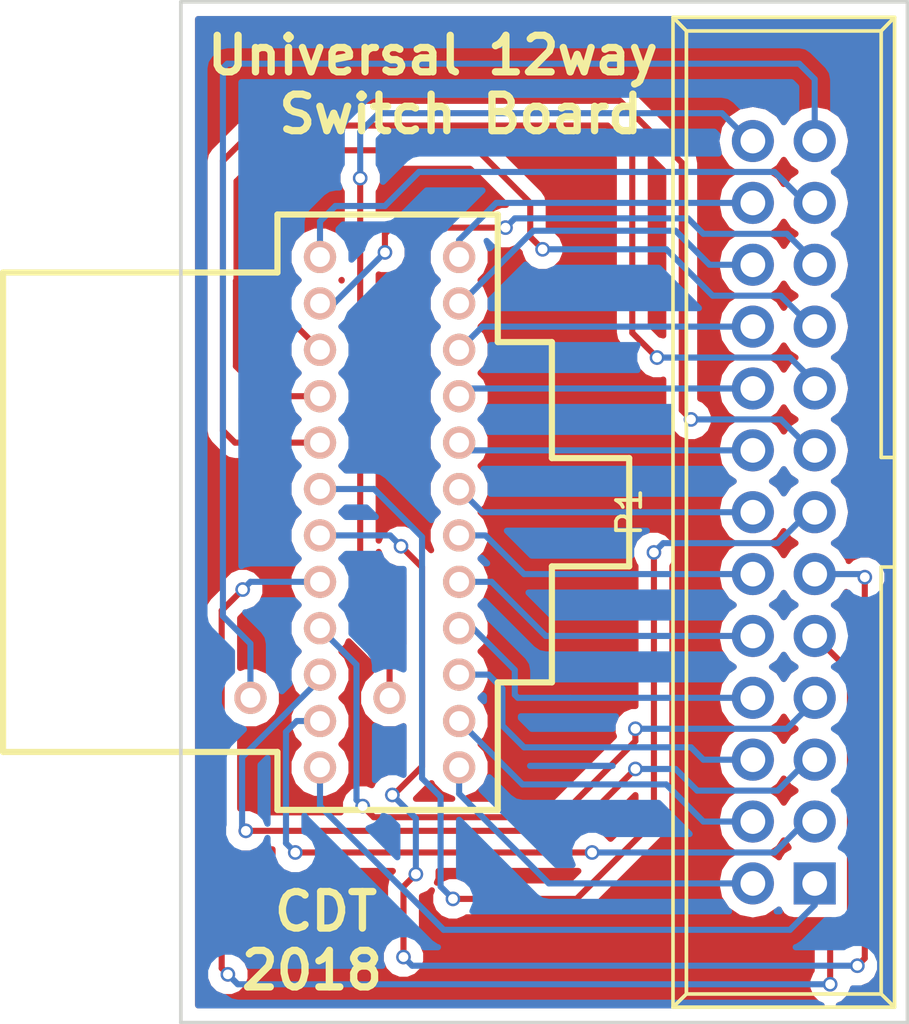
<source format=kicad_pcb>
(kicad_pcb (version 4) (host pcbnew 4.0.7-e2-6376~58~ubuntu14.04.1)

  (general
    (links 26)
    (no_connects 0)
    (area 123.114999 81.204999 153.110001 123.265001)
    (thickness 1.6)
    (drawings 6)
    (tracks 212)
    (zones 0)
    (modules 2)
    (nets 27)
  )

  (page A4)
  (layers
    (0 F.Cu signal)
    (31 B.Cu signal)
    (32 B.Adhes user)
    (33 F.Adhes user)
    (34 B.Paste user)
    (35 F.Paste user)
    (36 B.SilkS user)
    (37 F.SilkS user)
    (38 B.Mask user)
    (39 F.Mask user)
    (40 Dwgs.User user)
    (41 Cmts.User user)
    (42 Eco1.User user)
    (43 Eco2.User user)
    (44 Edge.Cuts user)
    (45 Margin user)
    (46 B.CrtYd user)
    (47 F.CrtYd user)
    (48 B.Fab user)
    (49 F.Fab user)
  )

  (setup
    (last_trace_width 0.25)
    (trace_clearance 0.2)
    (zone_clearance 0.508)
    (zone_45_only no)
    (trace_min 0.2)
    (segment_width 0.2)
    (edge_width 0.15)
    (via_size 0.6)
    (via_drill 0.4)
    (via_min_size 0.4)
    (via_min_drill 0.3)
    (uvia_size 0.3)
    (uvia_drill 0.1)
    (uvias_allowed no)
    (uvia_min_size 0.2)
    (uvia_min_drill 0.1)
    (pcb_text_width 0.3)
    (pcb_text_size 1.5 1.5)
    (mod_edge_width 0.15)
    (mod_text_size 1 1)
    (mod_text_width 0.15)
    (pad_size 1.524 1.524)
    (pad_drill 0.762)
    (pad_to_mask_clearance 0.2)
    (aux_axis_origin 0 0)
    (visible_elements 7FFFFFFF)
    (pcbplotparams
      (layerselection 0x00030_80000001)
      (usegerberextensions false)
      (excludeedgelayer true)
      (linewidth 0.100000)
      (plotframeref false)
      (viasonmask false)
      (mode 1)
      (useauxorigin false)
      (hpglpennumber 1)
      (hpglpenspeed 20)
      (hpglpendiameter 15)
      (hpglpenoverlay 2)
      (psnegative false)
      (psa4output false)
      (plotreference true)
      (plotvalue true)
      (plotinvisibletext false)
      (padsonsilk false)
      (subtractmaskfromsilk false)
      (outputformat 1)
      (mirror false)
      (drillshape 1)
      (scaleselection 1)
      (outputdirectory ""))
  )

  (net 0 "")
  (net 1 "Net-(P1-Pad1)")
  (net 2 "Net-(P1-Pad2)")
  (net 3 "Net-(P1-Pad3)")
  (net 4 "Net-(P1-Pad4)")
  (net 5 "Net-(P1-Pad5)")
  (net 6 "Net-(P1-Pad6)")
  (net 7 "Net-(P1-Pad7)")
  (net 8 "Net-(P1-Pad8)")
  (net 9 "Net-(P1-Pad9)")
  (net 10 "Net-(P1-Pad10)")
  (net 11 "Net-(P1-Pad11)")
  (net 12 "Net-(P1-Pad12)")
  (net 13 "Net-(P1-Pad13)")
  (net 14 "Net-(P1-Pad14)")
  (net 15 "Net-(P1-Pad15)")
  (net 16 "Net-(P1-Pad16)")
  (net 17 "Net-(P1-Pad17)")
  (net 18 "Net-(P1-Pad18)")
  (net 19 "Net-(P1-Pad19)")
  (net 20 "Net-(P1-Pad20)")
  (net 21 "Net-(P1-Pad21)")
  (net 22 "Net-(P1-Pad22)")
  (net 23 "Net-(P1-Pad23)")
  (net 24 "Net-(P1-Pad24)")
  (net 25 "Net-(P1-Pad25)")
  (net 26 "Net-(P1-Pad26)")

  (net_class Default "This is the default net class."
    (clearance 0.2)
    (trace_width 0.25)
    (via_dia 0.6)
    (via_drill 0.4)
    (uvia_dia 0.3)
    (uvia_drill 0.1)
    (add_net "Net-(P1-Pad1)")
    (add_net "Net-(P1-Pad10)")
    (add_net "Net-(P1-Pad11)")
    (add_net "Net-(P1-Pad12)")
    (add_net "Net-(P1-Pad13)")
    (add_net "Net-(P1-Pad14)")
    (add_net "Net-(P1-Pad15)")
    (add_net "Net-(P1-Pad16)")
    (add_net "Net-(P1-Pad17)")
    (add_net "Net-(P1-Pad18)")
    (add_net "Net-(P1-Pad19)")
    (add_net "Net-(P1-Pad2)")
    (add_net "Net-(P1-Pad20)")
    (add_net "Net-(P1-Pad21)")
    (add_net "Net-(P1-Pad22)")
    (add_net "Net-(P1-Pad23)")
    (add_net "Net-(P1-Pad24)")
    (add_net "Net-(P1-Pad25)")
    (add_net "Net-(P1-Pad26)")
    (add_net "Net-(P1-Pad3)")
    (add_net "Net-(P1-Pad4)")
    (add_net "Net-(P1-Pad5)")
    (add_net "Net-(P1-Pad6)")
    (add_net "Net-(P1-Pad7)")
    (add_net "Net-(P1-Pad8)")
    (add_net "Net-(P1-Pad9)")
  )

  (module pswitch40:pswitch40-71-12-2D-2C (layer F.Cu) (tedit 5A857D9E) (tstamp 5A857474)
    (at 125.73 102.235)
    (descr "GRAYHILL 71 SERIES")
    (tags "GRAYHILL 71 SERIES")
    (path /5A840A3F)
    (attr virtual)
    (fp_text reference S1 (at -5.08 0.635 90) (layer B.SilkS) hide
      (effects (font (size 1.27 1.27) (thickness 0.0889)) (justify mirror))
    )
    (fp_text value 71-12SP-2D (at -5.715 -11.43) (layer B.SilkS) hide
      (effects (font (size 1.27 1.27) (thickness 0.0889)) (justify mirror))
    )
    (fp_line (start 1.42748 -12.22248) (end 1.42748 -9.8425) (layer F.SilkS) (width 0.254))
    (fp_line (start 1.42748 -9.8425) (end -9.8425 -9.8425) (layer F.SilkS) (width 0.254))
    (fp_line (start -9.8425 9.8425) (end 1.42748 9.8425) (layer F.SilkS) (width 0.254))
    (fp_line (start 1.42748 9.8425) (end 1.42748 12.22248) (layer F.SilkS) (width 0.254))
    (fp_line (start 1.42748 12.22248) (end 10.4775 12.22248) (layer F.SilkS) (width 0.254))
    (fp_line (start 10.4775 12.22248) (end 10.4775 6.985) (layer F.SilkS) (width 0.254))
    (fp_line (start 10.4775 6.985) (end 12.7 6.985) (layer F.SilkS) (width 0.254))
    (fp_line (start 12.7 6.985) (end 12.7 2.2225) (layer F.SilkS) (width 0.254))
    (fp_line (start 12.7 2.2225) (end 15.875 2.2225) (layer F.SilkS) (width 0.254))
    (fp_line (start 15.875 2.2225) (end 15.875 -2.2225) (layer F.SilkS) (width 0.254))
    (fp_line (start 15.875 -2.2225) (end 12.7 -2.2225) (layer F.SilkS) (width 0.254))
    (fp_line (start 12.7 -2.2225) (end 12.7 -6.985) (layer F.SilkS) (width 0.254))
    (fp_line (start 12.7 -6.985) (end 10.4775 -6.985) (layer F.SilkS) (width 0.254))
    (fp_line (start 10.4775 -6.985) (end 10.4775 -12.22248) (layer F.SilkS) (width 0.254))
    (fp_line (start 10.4775 -12.22248) (end 1.42748 -12.22248) (layer F.SilkS) (width 0.254))
    (fp_line (start -9.8425 -9.8425) (end -9.8425 9.8425) (layer F.SilkS) (width 0.254))
    (pad A-CO thru_hole circle (at 0.3175 7.62) (size 1.3208 1.3208) (drill 0.8128) (layers *.Cu *.Paste *.SilkS *.Mask)
      (net 25 "Net-(P1-Pad25)"))
    (pad A1 thru_hole circle (at 3.175 10.4775) (size 1.3208 1.3208) (drill 0.8128) (layers *.Cu *.Paste *.SilkS *.Mask)
      (net 1 "Net-(P1-Pad1)"))
    (pad A2 thru_hole circle (at 3.175 8.5725) (size 1.3208 1.3208) (drill 0.8128) (layers *.Cu *.Paste *.SilkS *.Mask)
      (net 3 "Net-(P1-Pad3)"))
    (pad A3 thru_hole circle (at 3.175 6.6675) (size 1.3208 1.3208) (drill 0.8128) (layers *.Cu *.Paste *.SilkS *.Mask)
      (net 5 "Net-(P1-Pad5)"))
    (pad A4 thru_hole circle (at 3.175 4.7625) (size 1.3208 1.3208) (drill 0.8128) (layers *.Cu *.Paste *.SilkS *.Mask)
      (net 7 "Net-(P1-Pad7)"))
    (pad A5 thru_hole circle (at 3.175 2.8575) (size 1.3208 1.3208) (drill 0.8128) (layers *.Cu *.Paste *.SilkS *.Mask)
      (net 9 "Net-(P1-Pad9)"))
    (pad A6 thru_hole circle (at 3.175 0.9525) (size 1.3208 1.3208) (drill 0.8128) (layers *.Cu *.Paste *.SilkS *.Mask)
      (net 11 "Net-(P1-Pad11)"))
    (pad A7 thru_hole circle (at 3.175 -0.9525) (size 1.3208 1.3208) (drill 0.8128) (layers *.Cu *.Paste *.SilkS *.Mask)
      (net 13 "Net-(P1-Pad13)"))
    (pad A8 thru_hole circle (at 3.175 -2.8575) (size 1.3208 1.3208) (drill 0.8128) (layers *.Cu *.Paste *.SilkS *.Mask)
      (net 15 "Net-(P1-Pad15)"))
    (pad A9 thru_hole circle (at 3.175 -4.7625) (size 1.3208 1.3208) (drill 0.8128) (layers *.Cu *.Paste *.SilkS *.Mask)
      (net 17 "Net-(P1-Pad17)"))
    (pad A10 thru_hole circle (at 3.175 -6.6675) (size 1.3208 1.3208) (drill 0.8128) (layers *.Cu *.Paste *.SilkS *.Mask)
      (net 19 "Net-(P1-Pad19)"))
    (pad A11 thru_hole circle (at 3.175 -8.5725) (size 1.3208 1.3208) (drill 0.8128) (layers *.Cu *.Paste *.SilkS *.Mask)
      (net 21 "Net-(P1-Pad21)"))
    (pad A12 thru_hole circle (at 3.175 -10.4775) (size 1.3208 1.3208) (drill 0.8128) (layers *.Cu *.Paste *.SilkS *.Mask)
      (net 23 "Net-(P1-Pad23)"))
    (pad B-CO thru_hole circle (at 6.0325 7.62) (size 1.3208 1.3208) (drill 0.8128) (layers *.Cu *.Paste *.SilkS *.Mask)
      (net 26 "Net-(P1-Pad26)"))
    (pad B1 thru_hole circle (at 8.89 10.4775) (size 1.3208 1.3208) (drill 0.8128) (layers *.Cu *.Paste *.SilkS *.Mask)
      (net 2 "Net-(P1-Pad2)"))
    (pad B2 thru_hole circle (at 8.89 8.5725) (size 1.3208 1.3208) (drill 0.8128) (layers *.Cu *.Paste *.SilkS *.Mask)
      (net 4 "Net-(P1-Pad4)"))
    (pad B3 thru_hole circle (at 8.89 6.6675) (size 1.3208 1.3208) (drill 0.8128) (layers *.Cu *.Paste *.SilkS *.Mask)
      (net 6 "Net-(P1-Pad6)"))
    (pad B4 thru_hole circle (at 8.89 4.7625) (size 1.3208 1.3208) (drill 0.8128) (layers *.Cu *.Paste *.SilkS *.Mask)
      (net 8 "Net-(P1-Pad8)"))
    (pad B5 thru_hole circle (at 8.89 2.8575) (size 1.3208 1.3208) (drill 0.8128) (layers *.Cu *.Paste *.SilkS *.Mask)
      (net 10 "Net-(P1-Pad10)"))
    (pad B6 thru_hole circle (at 8.89 0.9525) (size 1.3208 1.3208) (drill 0.8128) (layers *.Cu *.Paste *.SilkS *.Mask)
      (net 12 "Net-(P1-Pad12)"))
    (pad B7 thru_hole circle (at 8.89 -0.9525) (size 1.3208 1.3208) (drill 0.8128) (layers *.Cu *.Paste *.SilkS *.Mask)
      (net 14 "Net-(P1-Pad14)"))
    (pad B8 thru_hole circle (at 8.89 -2.8575) (size 1.3208 1.3208) (drill 0.8128) (layers *.Cu *.Paste *.SilkS *.Mask)
      (net 16 "Net-(P1-Pad16)"))
    (pad B9 thru_hole circle (at 8.89 -4.7625) (size 1.3208 1.3208) (drill 0.8128) (layers *.Cu *.Paste *.SilkS *.Mask)
      (net 18 "Net-(P1-Pad18)"))
    (pad B10 thru_hole circle (at 8.89 -6.6675) (size 1.3208 1.3208) (drill 0.8128) (layers *.Cu *.Paste *.SilkS *.Mask)
      (net 20 "Net-(P1-Pad20)"))
    (pad B11 thru_hole circle (at 8.89 -8.5725) (size 1.3208 1.3208) (drill 0.8128) (layers *.Cu *.Paste *.SilkS *.Mask)
      (net 22 "Net-(P1-Pad22)"))
    (pad B12 thru_hole circle (at 8.89 -10.4775) (size 1.3208 1.3208) (drill 0.8128) (layers *.Cu *.Paste *.SilkS *.Mask)
      (net 24 "Net-(P1-Pad24)"))
  )

  (module Connectors:IDC_Header_Straight_26pins (layer F.Cu) (tedit 5A857D78) (tstamp 5A840F52)
    (at 149.225 117.475 90)
    (descr "26 pins through hole IDC header")
    (tags "IDC header socket VASCH")
    (path /5A840B46)
    (fp_text reference P1 (at 15.24 -7.62 90) (layer F.SilkS)
      (effects (font (size 1 1) (thickness 0.15)))
    )
    (fp_text value HE10-26 (at 32.385 -8.255 90) (layer F.Fab) hide
      (effects (font (size 1 1) (thickness 0.15)))
    )
    (fp_line (start -5.08 -5.82) (end 35.56 -5.82) (layer F.SilkS) (width 0.15))
    (fp_line (start -4.54 -5.27) (end 35 -5.27) (layer F.SilkS) (width 0.15))
    (fp_line (start -5.08 3.28) (end 35.56 3.28) (layer F.SilkS) (width 0.15))
    (fp_line (start -4.54 2.73) (end 12.99 2.73) (layer F.SilkS) (width 0.15))
    (fp_line (start 17.49 2.73) (end 35 2.73) (layer F.SilkS) (width 0.15))
    (fp_line (start 12.99 2.73) (end 12.99 3.28) (layer F.SilkS) (width 0.15))
    (fp_line (start 17.49 2.73) (end 17.49 3.28) (layer F.SilkS) (width 0.15))
    (fp_line (start -5.08 -5.82) (end -5.08 3.28) (layer F.SilkS) (width 0.15))
    (fp_line (start -4.54 -5.27) (end -4.54 2.73) (layer F.SilkS) (width 0.15))
    (fp_line (start 35.56 -5.82) (end 35.56 3.28) (layer F.SilkS) (width 0.15))
    (fp_line (start 35 -5.27) (end 35 2.73) (layer F.SilkS) (width 0.15))
    (fp_line (start -5.08 -5.82) (end -4.54 -5.27) (layer F.SilkS) (width 0.15))
    (fp_line (start 35.56 -5.82) (end 35 -5.27) (layer F.SilkS) (width 0.15))
    (fp_line (start -5.08 3.28) (end -4.54 2.73) (layer F.SilkS) (width 0.15))
    (fp_line (start 35.56 3.28) (end 35 2.73) (layer F.SilkS) (width 0.15))
    (fp_line (start -5.35 -6.05) (end 35.8 -6.05) (layer F.CrtYd) (width 0.05))
    (fp_line (start 35.8 -6.05) (end 35.8 3.55) (layer F.CrtYd) (width 0.05))
    (fp_line (start 35.8 3.55) (end -5.35 3.55) (layer F.CrtYd) (width 0.05))
    (fp_line (start -5.35 3.55) (end -5.35 -6.05) (layer F.CrtYd) (width 0.05))
    (pad 1 thru_hole rect (at 0 0 90) (size 1.7272 1.7272) (drill 1.016) (layers *.Cu *.Mask)
      (net 1 "Net-(P1-Pad1)"))
    (pad 2 thru_hole oval (at 0 -2.54 90) (size 1.7272 1.7272) (drill 1.016) (layers *.Cu *.Mask)
      (net 2 "Net-(P1-Pad2)"))
    (pad 3 thru_hole oval (at 2.54 0 90) (size 1.7272 1.7272) (drill 1.016) (layers *.Cu *.Mask)
      (net 3 "Net-(P1-Pad3)"))
    (pad 4 thru_hole oval (at 2.54 -2.54 90) (size 1.7272 1.7272) (drill 1.016) (layers *.Cu *.Mask)
      (net 4 "Net-(P1-Pad4)"))
    (pad 5 thru_hole oval (at 5.08 0 90) (size 1.7272 1.7272) (drill 1.016) (layers *.Cu *.Mask)
      (net 5 "Net-(P1-Pad5)"))
    (pad 6 thru_hole oval (at 5.08 -2.54 90) (size 1.7272 1.7272) (drill 1.016) (layers *.Cu *.Mask)
      (net 6 "Net-(P1-Pad6)"))
    (pad 7 thru_hole oval (at 7.62 0 90) (size 1.7272 1.7272) (drill 1.016) (layers *.Cu *.Mask)
      (net 7 "Net-(P1-Pad7)"))
    (pad 8 thru_hole oval (at 7.62 -2.54 90) (size 1.7272 1.7272) (drill 1.016) (layers *.Cu *.Mask)
      (net 8 "Net-(P1-Pad8)"))
    (pad 9 thru_hole oval (at 10.16 0 90) (size 1.7272 1.7272) (drill 1.016) (layers *.Cu *.Mask)
      (net 9 "Net-(P1-Pad9)"))
    (pad 10 thru_hole oval (at 10.16 -2.54 90) (size 1.7272 1.7272) (drill 1.016) (layers *.Cu *.Mask)
      (net 10 "Net-(P1-Pad10)"))
    (pad 11 thru_hole oval (at 12.7 0 90) (size 1.7272 1.7272) (drill 1.016) (layers *.Cu *.Mask)
      (net 11 "Net-(P1-Pad11)"))
    (pad 12 thru_hole oval (at 12.7 -2.54 90) (size 1.7272 1.7272) (drill 1.016) (layers *.Cu *.Mask)
      (net 12 "Net-(P1-Pad12)"))
    (pad 13 thru_hole oval (at 15.24 0 90) (size 1.7272 1.7272) (drill 1.016) (layers *.Cu *.Mask)
      (net 13 "Net-(P1-Pad13)"))
    (pad 14 thru_hole oval (at 15.24 -2.54 90) (size 1.7272 1.7272) (drill 1.016) (layers *.Cu *.Mask)
      (net 14 "Net-(P1-Pad14)"))
    (pad 15 thru_hole oval (at 17.78 0 90) (size 1.7272 1.7272) (drill 1.016) (layers *.Cu *.Mask)
      (net 15 "Net-(P1-Pad15)"))
    (pad 16 thru_hole oval (at 17.78 -2.54 90) (size 1.7272 1.7272) (drill 1.016) (layers *.Cu *.Mask)
      (net 16 "Net-(P1-Pad16)"))
    (pad 17 thru_hole oval (at 20.32 0 90) (size 1.7272 1.7272) (drill 1.016) (layers *.Cu *.Mask)
      (net 17 "Net-(P1-Pad17)"))
    (pad 18 thru_hole oval (at 20.32 -2.54 90) (size 1.7272 1.7272) (drill 1.016) (layers *.Cu *.Mask)
      (net 18 "Net-(P1-Pad18)"))
    (pad 19 thru_hole oval (at 22.86 0 90) (size 1.7272 1.7272) (drill 1.016) (layers *.Cu *.Mask)
      (net 19 "Net-(P1-Pad19)"))
    (pad 20 thru_hole oval (at 22.86 -2.54 90) (size 1.7272 1.7272) (drill 1.016) (layers *.Cu *.Mask)
      (net 20 "Net-(P1-Pad20)"))
    (pad 21 thru_hole oval (at 25.4 0 90) (size 1.7272 1.7272) (drill 1.016) (layers *.Cu *.Mask)
      (net 21 "Net-(P1-Pad21)"))
    (pad 22 thru_hole oval (at 25.4 -2.54 90) (size 1.7272 1.7272) (drill 1.016) (layers *.Cu *.Mask)
      (net 22 "Net-(P1-Pad22)"))
    (pad 23 thru_hole oval (at 27.94 0 90) (size 1.7272 1.7272) (drill 1.016) (layers *.Cu *.Mask)
      (net 23 "Net-(P1-Pad23)"))
    (pad 24 thru_hole oval (at 27.94 -2.54 90) (size 1.7272 1.7272) (drill 1.016) (layers *.Cu *.Mask)
      (net 24 "Net-(P1-Pad24)"))
    (pad 25 thru_hole oval (at 30.48 0 90) (size 1.7272 1.7272) (drill 1.016) (layers *.Cu *.Mask)
      (net 25 "Net-(P1-Pad25)"))
    (pad 26 thru_hole oval (at 30.48 -2.54 90) (size 1.7272 1.7272) (drill 1.016) (layers *.Cu *.Mask)
      (net 26 "Net-(P1-Pad26)"))
  )

  (gr_text " CDT\n2018" (at 128.5748 119.8372) (layer F.SilkS)
    (effects (font (size 1.5 1.5) (thickness 0.3)))
  )
  (gr_text "Universal 12way \n Switch Board" (at 134.112 84.6836) (layer F.SilkS)
    (effects (font (size 1.5 1.5) (thickness 0.3)))
  )
  (gr_line (start 123.19 81.28) (end 153.035 81.28) (angle 90) (layer Edge.Cuts) (width 0.15))
  (gr_line (start 123.19 123.19) (end 123.19 81.28) (angle 90) (layer Edge.Cuts) (width 0.15))
  (gr_line (start 153.035 123.19) (end 123.19 123.19) (angle 90) (layer Edge.Cuts) (width 0.15))
  (gr_line (start 153.035 81.28) (end 153.035 123.19) (angle 90) (layer Edge.Cuts) (width 0.15))

  (segment (start 149.225 117.475) (end 149.225 118.364) (width 0.25) (layer B.Cu) (net 1))
  (segment (start 128.905 114.3) (end 128.905 112.7125) (width 0.25) (layer B.Cu) (net 1) (tstamp 5A8418F8))
  (segment (start 133.985 119.38) (end 128.905 114.3) (width 0.25) (layer B.Cu) (net 1) (tstamp 5A8418F7))
  (segment (start 148.209 119.38) (end 133.985 119.38) (width 0.25) (layer B.Cu) (net 1) (tstamp 5A8418F5))
  (segment (start 149.225 118.364) (end 148.209 119.38) (width 0.25) (layer B.Cu) (net 1) (tstamp 5A8418F3))
  (segment (start 134.62 112.7125) (end 134.62 113.792) (width 0.25) (layer B.Cu) (net 2))
  (segment (start 138.303 117.475) (end 146.685 117.475) (width 0.25) (layer B.Cu) (net 2) (tstamp 5A841904))
  (segment (start 134.62 113.792) (end 138.303 117.475) (width 0.25) (layer B.Cu) (net 2) (tstamp 5A841901))
  (segment (start 149.225 114.935) (end 148.844 114.935) (width 0.25) (layer B.Cu) (net 3))
  (segment (start 148.844 114.935) (end 147.574 116.205) (width 0.25) (layer B.Cu) (net 3) (tstamp 5A841929))
  (segment (start 147.574 116.205) (end 140.081 116.205) (width 0.25) (layer B.Cu) (net 3) (tstamp 5A84192C))
  (via (at 140.081 116.205) (size 0.6) (drill 0.4) (layers F.Cu B.Cu) (net 3))
  (segment (start 140.081 116.205) (end 127.889 116.205) (width 0.25) (layer F.Cu) (net 3) (tstamp 5A84194E))
  (via (at 127.889 116.205) (size 0.6) (drill 0.4) (layers F.Cu B.Cu) (net 3))
  (segment (start 127.889 116.205) (end 127.508 115.824) (width 0.25) (layer B.Cu) (net 3) (tstamp 5A84195E))
  (segment (start 127.508 115.824) (end 127.508 111.252) (width 0.25) (layer B.Cu) (net 3) (tstamp 5A84195F))
  (segment (start 127.508 111.252) (end 127.9525 110.8075) (width 0.25) (layer B.Cu) (net 3) (tstamp 5A841960))
  (segment (start 127.9525 110.8075) (end 128.905 110.8075) (width 0.25) (layer B.Cu) (net 3) (tstamp 5A841964))
  (segment (start 146.685 114.935) (end 144.653 114.935) (width 0.25) (layer B.Cu) (net 4))
  (segment (start 137.2235 113.411) (end 134.62 110.8075) (width 0.25) (layer B.Cu) (net 4) (tstamp 5A841972))
  (segment (start 143.129 113.411) (end 137.2235 113.411) (width 0.25) (layer B.Cu) (net 4) (tstamp 5A84196F))
  (segment (start 144.653 114.935) (end 143.129 113.411) (width 0.25) (layer B.Cu) (net 4) (tstamp 5A84196C))
  (segment (start 149.225 112.395) (end 148.971 112.395) (width 0.25) (layer B.Cu) (net 5))
  (segment (start 148.971 112.395) (end 147.701 113.665) (width 0.25) (layer B.Cu) (net 5) (tstamp 5A84197F))
  (segment (start 147.701 113.665) (end 144.399 113.665) (width 0.25) (layer B.Cu) (net 5) (tstamp 5A841981))
  (segment (start 144.399 113.665) (end 143.51 112.776) (width 0.25) (layer B.Cu) (net 5) (tstamp 5A84198D))
  (segment (start 143.51 112.776) (end 141.859 112.776) (width 0.25) (layer B.Cu) (net 5) (tstamp 5A84198E))
  (via (at 141.859 112.776) (size 0.6) (drill 0.4) (layers F.Cu B.Cu) (net 5))
  (segment (start 141.859 112.776) (end 139.319 115.316) (width 0.25) (layer F.Cu) (net 5) (tstamp 5A841999))
  (segment (start 139.319 115.316) (end 125.857 115.316) (width 0.25) (layer F.Cu) (net 5) (tstamp 5A84199A))
  (via (at 125.857 115.316) (size 0.6) (drill 0.4) (layers F.Cu B.Cu) (net 5))
  (segment (start 125.857 115.316) (end 125.7046 115.1636) (width 0.25) (layer B.Cu) (net 5) (tstamp 5A8419AA))
  (segment (start 125.7046 115.1636) (end 125.7046 112.2934) (width 0.25) (layer B.Cu) (net 5) (tstamp 5A8419AB))
  (segment (start 125.7046 112.2934) (end 128.905 109.093) (width 0.25) (layer B.Cu) (net 5) (tstamp 5A8419AC))
  (segment (start 128.905 109.093) (end 128.905 108.9025) (width 0.25) (layer B.Cu) (net 5) (tstamp 5A8419B0))
  (segment (start 146.685 112.395) (end 144.653 112.395) (width 0.25) (layer B.Cu) (net 6))
  (segment (start 135.8265 108.9025) (end 134.62 108.9025) (width 0.25) (layer B.Cu) (net 6) (tstamp 5A8419D8))
  (segment (start 136.398 109.474) (end 135.8265 108.9025) (width 0.25) (layer B.Cu) (net 6) (tstamp 5A8419D6))
  (segment (start 136.398 110.998) (end 136.398 109.474) (width 0.25) (layer B.Cu) (net 6) (tstamp 5A8419D5))
  (segment (start 137.287 111.887) (end 136.398 110.998) (width 0.25) (layer B.Cu) (net 6) (tstamp 5A8419D3))
  (segment (start 144.145 111.887) (end 137.287 111.887) (width 0.25) (layer B.Cu) (net 6) (tstamp 5A8419CF))
  (segment (start 144.653 112.395) (end 144.145 111.887) (width 0.25) (layer B.Cu) (net 6) (tstamp 5A8419CA))
  (segment (start 141.859 111.125) (end 141.859 111.633) (width 0.25) (layer F.Cu) (net 7))
  (via (at 141.859 111.125) (size 0.6) (drill 0.4) (layers F.Cu B.Cu) (net 7))
  (segment (start 148.082 111.125) (end 141.859 111.125) (width 0.25) (layer B.Cu) (net 7) (tstamp 5A8419F1))
  (segment (start 149.225 109.982) (end 148.082 111.125) (width 0.25) (layer B.Cu) (net 7) (tstamp 5A8419E9))
  (segment (start 130.4036 108.4961) (end 128.905 106.9975) (width 0.25) (layer B.Cu) (net 7) (tstamp 5A859D17) (status 800000))
  (segment (start 130.4036 114.046) (end 130.4036 108.4961) (width 0.25) (layer B.Cu) (net 7) (tstamp 5A859D15))
  (segment (start 130.6576 114.3) (end 130.4036 114.046) (width 0.25) (layer B.Cu) (net 7) (tstamp 5A859D14))
  (via (at 130.6576 114.3) (size 0.6) (drill 0.4) (layers F.Cu B.Cu) (net 7))
  (segment (start 131.1148 114.7572) (end 130.6576 114.3) (width 0.25) (layer F.Cu) (net 7) (tstamp 5A859D10))
  (segment (start 138.7348 114.7572) (end 131.1148 114.7572) (width 0.25) (layer F.Cu) (net 7) (tstamp 5A859D08))
  (segment (start 141.859 111.633) (end 138.7348 114.7572) (width 0.25) (layer F.Cu) (net 7) (tstamp 5A859CF0))
  (segment (start 149.225 109.855) (end 149.225 109.982) (width 0.25) (layer B.Cu) (net 7))
  (segment (start 146.685 109.855) (end 139.192 109.855) (width 0.25) (layer B.Cu) (net 8))
  (segment (start 136.906 108.712) (end 135.1915 106.9975) (width 0.25) (layer B.Cu) (net 8) (tstamp 5A841A51))
  (segment (start 136.906 109.728) (end 136.906 108.712) (width 0.25) (layer B.Cu) (net 8) (tstamp 5A841A4A))
  (segment (start 137.033 109.855) (end 136.906 109.728) (width 0.25) (layer B.Cu) (net 8) (tstamp 5A841A47))
  (segment (start 139.192 109.855) (end 137.033 109.855) (width 0.25) (layer B.Cu) (net 8) (tstamp 5A841A44))
  (segment (start 135.1915 106.9975) (end 134.62 106.9975) (width 0.25) (layer B.Cu) (net 8) (tstamp 5A841A57))
  (segment (start 128.905 105.0925) (end 126.0475 105.0925) (width 0.25) (layer B.Cu) (net 9) (status 400000))
  (segment (start 150.6728 108.7628) (end 149.225 107.315) (width 0.25) (layer F.Cu) (net 9) (tstamp 5A859CCE) (status 800000))
  (segment (start 150.6728 119.2784) (end 150.6728 108.7628) (width 0.25) (layer F.Cu) (net 9) (tstamp 5A859CCB))
  (segment (start 149.86 120.0912) (end 150.6728 119.2784) (width 0.25) (layer F.Cu) (net 9) (tstamp 5A859CC9))
  (segment (start 149.86 121.6152) (end 149.86 120.0912) (width 0.25) (layer F.Cu) (net 9) (tstamp 5A859CC8))
  (via (at 149.86 121.6152) (size 0.6) (drill 0.4) (layers F.Cu B.Cu) (net 9))
  (segment (start 125.5268 121.6152) (end 149.86 121.6152) (width 0.25) (layer B.Cu) (net 9) (tstamp 5A859CC0))
  (segment (start 125.1204 121.2088) (end 125.5268 121.6152) (width 0.25) (layer B.Cu) (net 9) (tstamp 5A859CBF))
  (via (at 125.1204 121.2088) (size 0.6) (drill 0.4) (layers F.Cu B.Cu) (net 9))
  (segment (start 124.8664 120.9548) (end 125.1204 121.2088) (width 0.25) (layer F.Cu) (net 9) (tstamp 5A859CB1))
  (segment (start 124.8664 106.2736) (end 124.8664 120.9548) (width 0.25) (layer F.Cu) (net 9) (tstamp 5A859CA8))
  (segment (start 125.73 105.41) (end 124.8664 106.2736) (width 0.25) (layer F.Cu) (net 9) (tstamp 5A859CA7))
  (via (at 125.73 105.41) (size 0.6) (drill 0.4) (layers F.Cu B.Cu) (net 9))
  (segment (start 126.0475 105.0925) (end 125.73 105.41) (width 0.25) (layer B.Cu) (net 9) (tstamp 5A859CA0))
  (segment (start 146.685 107.315) (end 138.176 107.315) (width 0.25) (layer B.Cu) (net 10))
  (segment (start 135.9535 105.0925) (end 134.62 105.0925) (width 0.25) (layer B.Cu) (net 10) (tstamp 5A841A94))
  (segment (start 138.176 107.315) (end 135.9535 105.0925) (width 0.25) (layer B.Cu) (net 10) (tstamp 5A841A8B))
  (segment (start 128.905 103.1875) (end 131.7879 103.1875) (width 0.25) (layer B.Cu) (net 11) (status 400000))
  (segment (start 151.1554 104.775) (end 149.225 104.775) (width 0.25) (layer B.Cu) (net 11) (tstamp 5A859C8C) (status 800000))
  (segment (start 151.2824 104.902) (end 151.1554 104.775) (width 0.25) (layer B.Cu) (net 11) (tstamp 5A859C8B))
  (via (at 151.2824 104.902) (size 0.6) (drill 0.4) (layers F.Cu B.Cu) (net 11))
  (segment (start 151.2824 120.5484) (end 151.2824 104.902) (width 0.25) (layer F.Cu) (net 11) (tstamp 5A859C83))
  (segment (start 150.9776 120.8532) (end 151.2824 120.5484) (width 0.25) (layer F.Cu) (net 11) (tstamp 5A859C82))
  (via (at 150.9776 120.8532) (size 0.6) (drill 0.4) (layers F.Cu B.Cu) (net 11))
  (segment (start 132.6896 120.8532) (end 150.9776 120.8532) (width 0.25) (layer B.Cu) (net 11) (tstamp 5A859C78))
  (segment (start 132.334 120.4976) (end 132.6896 120.8532) (width 0.25) (layer B.Cu) (net 11) (tstamp 5A859C77))
  (via (at 132.334 120.4976) (size 0.6) (drill 0.4) (layers F.Cu B.Cu) (net 11))
  (segment (start 132.334 117.602) (end 132.334 120.4976) (width 0.25) (layer F.Cu) (net 11) (tstamp 5A859C70))
  (segment (start 132.842 117.094) (end 132.334 117.602) (width 0.25) (layer F.Cu) (net 11) (tstamp 5A859C6F))
  (via (at 132.842 117.094) (size 0.6) (drill 0.4) (layers F.Cu B.Cu) (net 11))
  (segment (start 132.842 114.808) (end 132.842 117.094) (width 0.25) (layer B.Cu) (net 11) (tstamp 5A859C66))
  (segment (start 131.8768 113.8428) (end 132.842 114.808) (width 0.25) (layer B.Cu) (net 11) (tstamp 5A859C65))
  (via (at 131.8768 113.8428) (size 0.6) (drill 0.4) (layers F.Cu B.Cu) (net 11))
  (segment (start 131.9276 113.8428) (end 131.8768 113.8428) (width 0.25) (layer F.Cu) (net 11) (tstamp 5A859C63))
  (segment (start 133.096 112.6744) (end 131.9276 113.8428) (width 0.25) (layer F.Cu) (net 11) (tstamp 5A859C5E))
  (segment (start 133.096 104.4956) (end 133.096 112.6744) (width 0.25) (layer F.Cu) (net 11) (tstamp 5A859C55))
  (segment (start 132.2324 103.632) (end 133.096 104.4956) (width 0.25) (layer F.Cu) (net 11) (tstamp 5A859C54))
  (via (at 132.2324 103.632) (size 0.6) (drill 0.4) (layers F.Cu B.Cu) (net 11))
  (segment (start 131.7879 103.1875) (end 132.2324 103.632) (width 0.25) (layer B.Cu) (net 11) (tstamp 5A859C4C))
  (segment (start 149.225 104.775) (end 149.225 104.902) (width 0.25) (layer B.Cu) (net 11))
  (segment (start 146.685 104.775) (end 137.287 104.775) (width 0.25) (layer B.Cu) (net 12))
  (segment (start 135.6995 103.1875) (end 134.62 103.1875) (width 0.25) (layer B.Cu) (net 12) (tstamp 5A841AE2))
  (segment (start 137.287 104.775) (end 135.6995 103.1875) (width 0.25) (layer B.Cu) (net 12) (tstamp 5A841ADD))
  (segment (start 149.225 102.235) (end 148.971 102.235) (width 0.25) (layer B.Cu) (net 13))
  (segment (start 148.971 102.235) (end 147.701 103.505) (width 0.25) (layer B.Cu) (net 13) (tstamp 5A841B6B))
  (segment (start 147.701 103.505) (end 143.002 103.505) (width 0.25) (layer B.Cu) (net 13) (tstamp 5A841B70))
  (segment (start 143.002 103.505) (end 142.621 103.886) (width 0.25) (layer B.Cu) (net 13) (tstamp 5A841B74))
  (via (at 142.621 103.886) (size 0.6) (drill 0.4) (layers F.Cu B.Cu) (net 13))
  (segment (start 142.621 103.886) (end 142.621 114.935) (width 0.25) (layer F.Cu) (net 13) (tstamp 5A841B7E))
  (segment (start 142.621 114.935) (end 139.446 118.11) (width 0.25) (layer F.Cu) (net 13) (tstamp 5A841B7F))
  (segment (start 139.446 118.11) (end 134.366 118.11) (width 0.25) (layer F.Cu) (net 13) (tstamp 5A841B85))
  (via (at 134.366 118.11) (size 0.6) (drill 0.4) (layers F.Cu B.Cu) (net 13))
  (segment (start 134.366 118.11) (end 133.858 117.602) (width 0.25) (layer B.Cu) (net 13) (tstamp 5A841B91))
  (segment (start 133.858 117.602) (end 133.858 113.919) (width 0.25) (layer B.Cu) (net 13) (tstamp 5A841B92))
  (segment (start 133.858 113.919) (end 133.096 113.157) (width 0.25) (layer B.Cu) (net 13) (tstamp 5A841B93))
  (segment (start 133.096 113.157) (end 133.096 103.251) (width 0.25) (layer B.Cu) (net 13) (tstamp 5A841B94))
  (segment (start 133.096 103.251) (end 131.1275 101.2825) (width 0.25) (layer B.Cu) (net 13) (tstamp 5A841B99))
  (segment (start 131.1275 101.2825) (end 128.905 101.2825) (width 0.25) (layer B.Cu) (net 13) (tstamp 5A841B9F))
  (segment (start 146.685 102.235) (end 135.5725 102.235) (width 0.25) (layer B.Cu) (net 14))
  (segment (start 135.5725 102.235) (end 134.62 101.2825) (width 0.25) (layer B.Cu) (net 14) (tstamp 5A841B53))
  (segment (start 149.225 99.695) (end 149.098 99.695) (width 0.25) (layer B.Cu) (net 15))
  (segment (start 149.098 99.695) (end 147.828 98.425) (width 0.25) (layer B.Cu) (net 15) (tstamp 5A841CDA))
  (segment (start 147.828 98.425) (end 144.145 98.425) (width 0.25) (layer B.Cu) (net 15) (tstamp 5A841CDC))
  (via (at 144.145 98.425) (size 0.6) (drill 0.4) (layers F.Cu B.Cu) (net 15))
  (segment (start 144.145 98.425) (end 143.764 98.044) (width 0.25) (layer F.Cu) (net 15) (tstamp 5A841CE4))
  (segment (start 143.764 98.044) (end 143.764 87.884) (width 0.25) (layer F.Cu) (net 15) (tstamp 5A841CE5))
  (segment (start 143.764 87.884) (end 141.224 85.344) (width 0.25) (layer F.Cu) (net 15) (tstamp 5A841CE6))
  (segment (start 141.224 85.344) (end 127.381 85.344) (width 0.25) (layer F.Cu) (net 15) (tstamp 5A841CEB))
  (segment (start 127.381 85.344) (end 124.9172 87.8078) (width 0.25) (layer F.Cu) (net 15) (tstamp 5A841CED))
  (segment (start 124.9172 87.8078) (end 124.9172 98.8822) (width 0.25) (layer F.Cu) (net 15) (tstamp 5A841CF2))
  (segment (start 124.9172 98.8822) (end 125.4125 99.3775) (width 0.25) (layer F.Cu) (net 15) (tstamp 5A841CF5))
  (segment (start 125.4125 99.3775) (end 128.905 99.3775) (width 0.25) (layer F.Cu) (net 15) (tstamp 5A841CF8))
  (segment (start 146.685 99.695) (end 134.9375 99.695) (width 0.25) (layer B.Cu) (net 16))
  (segment (start 134.9375 99.695) (end 134.62 99.3775) (width 0.25) (layer B.Cu) (net 16) (tstamp 5A841BA9))
  (segment (start 149.225 97.155) (end 149.225 96.901) (width 0.25) (layer B.Cu) (net 17))
  (segment (start 149.225 96.901) (end 148.209 95.885) (width 0.25) (layer B.Cu) (net 17) (tstamp 5A841C84))
  (segment (start 148.209 95.885) (end 142.748 95.885) (width 0.25) (layer B.Cu) (net 17) (tstamp 5A841C86))
  (via (at 142.748 95.885) (size 0.6) (drill 0.4) (layers F.Cu B.Cu) (net 17))
  (segment (start 142.748 95.885) (end 141.732 94.869) (width 0.25) (layer F.Cu) (net 17) (tstamp 5A841C9D))
  (segment (start 141.732 94.869) (end 141.732 87.376) (width 0.25) (layer F.Cu) (net 17) (tstamp 5A841C9E))
  (segment (start 141.732 87.376) (end 140.716 86.36) (width 0.25) (layer F.Cu) (net 17) (tstamp 5A841CA2))
  (segment (start 140.716 86.36) (end 127.762 86.36) (width 0.25) (layer F.Cu) (net 17) (tstamp 5A841CA4))
  (segment (start 127.762 86.36) (end 125.476 88.646) (width 0.25) (layer F.Cu) (net 17) (tstamp 5A841CAD))
  (segment (start 125.476 88.646) (end 125.476 92.71) (width 0.25) (layer F.Cu) (net 17) (tstamp 5A841CAF))
  (segment (start 125.476 92.71) (end 125.4506 92.7354) (width 0.25) (layer F.Cu) (net 17) (tstamp 5A841CB0))
  (segment (start 125.4506 92.7354) (end 125.4506 96.2406) (width 0.25) (layer F.Cu) (net 17) (tstamp 5A841CC4))
  (segment (start 125.4506 96.2406) (end 126.6825 97.4725) (width 0.25) (layer F.Cu) (net 17) (tstamp 5A841CC7))
  (segment (start 126.6825 97.4725) (end 128.905 97.4725) (width 0.25) (layer F.Cu) (net 17) (tstamp 5A841CC8))
  (segment (start 146.685 97.155) (end 134.9375 97.155) (width 0.25) (layer B.Cu) (net 18))
  (segment (start 134.9375 97.155) (end 134.62 97.4725) (width 0.25) (layer B.Cu) (net 18) (tstamp 5A841C7E))
  (segment (start 149.225 94.615) (end 149.098 94.615) (width 0.25) (layer B.Cu) (net 19))
  (segment (start 149.098 94.615) (end 147.828 93.345) (width 0.25) (layer B.Cu) (net 19) (tstamp 5A841C21))
  (segment (start 147.828 93.345) (end 145.034 93.345) (width 0.25) (layer B.Cu) (net 19) (tstamp 5A841C24))
  (segment (start 145.034 93.345) (end 143.129 91.44) (width 0.25) (layer B.Cu) (net 19) (tstamp 5A841C29))
  (segment (start 143.129 91.44) (end 138.049 91.44) (width 0.25) (layer B.Cu) (net 19) (tstamp 5A841C33))
  (via (at 138.049 91.44) (size 0.6) (drill 0.4) (layers F.Cu B.Cu) (net 19))
  (segment (start 138.049 91.44) (end 137.541 90.932) (width 0.25) (layer F.Cu) (net 19) (tstamp 5A841C4E))
  (segment (start 137.541 90.932) (end 137.541 89.535) (width 0.25) (layer F.Cu) (net 19) (tstamp 5A841C4F))
  (segment (start 137.541 89.535) (end 135.382 87.376) (width 0.25) (layer F.Cu) (net 19) (tstamp 5A841C51))
  (segment (start 135.382 87.376) (end 127.889 87.376) (width 0.25) (layer F.Cu) (net 19) (tstamp 5A841C55))
  (segment (start 127.889 87.376) (end 126.111 89.154) (width 0.25) (layer F.Cu) (net 19) (tstamp 5A841C64))
  (segment (start 126.111 89.154) (end 126.111 92.583) (width 0.25) (layer F.Cu) (net 19) (tstamp 5A841C69))
  (segment (start 126.111 92.583) (end 127.381 93.853) (width 0.25) (layer F.Cu) (net 19) (tstamp 5A841C6C))
  (segment (start 127.381 93.853) (end 127.381 94.0435) (width 0.25) (layer F.Cu) (net 19) (tstamp 5A841C6E))
  (segment (start 127.381 94.0435) (end 128.905 95.5675) (width 0.25) (layer F.Cu) (net 19) (tstamp 5A841C70))
  (segment (start 146.685 94.615) (end 135.5725 94.615) (width 0.25) (layer B.Cu) (net 20))
  (segment (start 135.5725 94.615) (end 134.62 95.5675) (width 0.25) (layer B.Cu) (net 20) (tstamp 5A841C1A))
  (segment (start 149.225 92.075) (end 149.225 91.948) (width 0.25) (layer B.Cu) (net 21))
  (segment (start 149.225 91.948) (end 148.082 90.805) (width 0.25) (layer B.Cu) (net 21) (tstamp 5A841BD0))
  (segment (start 148.082 90.805) (end 144.653 90.805) (width 0.25) (layer B.Cu) (net 21) (tstamp 5A841BD5))
  (segment (start 144.653 90.805) (end 144.018 90.17) (width 0.25) (layer B.Cu) (net 21) (tstamp 5A841BE1))
  (segment (start 144.018 90.17) (end 136.906 90.17) (width 0.25) (layer B.Cu) (net 21) (tstamp 5A841BE3))
  (segment (start 136.906 90.17) (end 136.525 90.551) (width 0.25) (layer B.Cu) (net 21) (tstamp 5A841BEA))
  (via (at 136.525 90.551) (size 0.6) (drill 0.4) (layers F.Cu B.Cu) (net 21))
  (segment (start 136.525 90.551) (end 131.826 90.551) (width 0.25) (layer F.Cu) (net 21) (tstamp 5A841BF0))
  (segment (start 131.826 90.551) (end 131.572 90.805) (width 0.25) (layer F.Cu) (net 21) (tstamp 5A841BF1))
  (segment (start 131.572 90.805) (end 131.572 91.567) (width 0.25) (layer F.Cu) (net 21) (tstamp 5A841BF4))
  (via (at 131.572 91.567) (size 0.6) (drill 0.4) (layers F.Cu B.Cu) (net 21))
  (segment (start 131.572 91.567) (end 129.4765 93.6625) (width 0.25) (layer B.Cu) (net 21) (tstamp 5A841C01))
  (segment (start 129.4765 93.6625) (end 128.905 93.6625) (width 0.25) (layer B.Cu) (net 21) (tstamp 5A841C02))
  (segment (start 146.685 92.075) (end 144.907 92.075) (width 0.25) (layer B.Cu) (net 22))
  (segment (start 137.668 90.678) (end 134.6835 93.6625) (width 0.25) (layer B.Cu) (net 22) (tstamp 5A841BC6))
  (segment (start 143.51 90.678) (end 137.668 90.678) (width 0.25) (layer B.Cu) (net 22) (tstamp 5A841BC3))
  (segment (start 144.907 92.075) (end 143.51 90.678) (width 0.25) (layer B.Cu) (net 22) (tstamp 5A841BC0))
  (segment (start 134.6835 93.6625) (end 134.62 93.6625) (width 0.25) (layer B.Cu) (net 22) (tstamp 5A841BC8))
  (segment (start 149.225 89.535) (end 148.844 89.535) (width 0.25) (layer B.Cu) (net 23))
  (segment (start 148.844 89.535) (end 147.574 88.265) (width 0.25) (layer B.Cu) (net 23) (tstamp 5A841860))
  (segment (start 147.574 88.265) (end 132.969 88.265) (width 0.25) (layer B.Cu) (net 23) (tstamp 5A841862))
  (segment (start 132.969 88.265) (end 131.572 89.662) (width 0.25) (layer B.Cu) (net 23) (tstamp 5A84186A))
  (segment (start 131.572 89.662) (end 129.54 89.662) (width 0.25) (layer B.Cu) (net 23) (tstamp 5A84186D))
  (segment (start 129.54 89.662) (end 128.905 90.297) (width 0.25) (layer B.Cu) (net 23) (tstamp 5A84186F))
  (segment (start 128.905 90.297) (end 128.905 91.7575) (width 0.25) (layer B.Cu) (net 23) (tstamp 5A841870))
  (segment (start 146.685 89.535) (end 140.208 89.535) (width 0.25) (layer B.Cu) (net 24))
  (segment (start 134.62 91.059) (end 134.62 91.7575) (width 0.25) (layer B.Cu) (net 24) (tstamp 5A84187D))
  (segment (start 136.144 89.535) (end 134.62 91.059) (width 0.25) (layer B.Cu) (net 24) (tstamp 5A841878))
  (segment (start 140.208 89.535) (end 136.144 89.535) (width 0.25) (layer B.Cu) (net 24) (tstamp 5A841876))
  (segment (start 126.0475 109.855) (end 126.0475 107.6325) (width 0.25) (layer B.Cu) (net 25))
  (segment (start 149.225 84.455) (end 149.225 86.995) (width 0.25) (layer B.Cu) (net 25) (tstamp 5A8417D6))
  (segment (start 148.59 83.82) (end 149.225 84.455) (width 0.25) (layer B.Cu) (net 25) (tstamp 5A8417D3))
  (segment (start 125.095 83.82) (end 148.59 83.82) (width 0.25) (layer B.Cu) (net 25) (tstamp 5A8417CB))
  (segment (start 124.9172 83.9978) (end 125.095 83.82) (width 0.25) (layer B.Cu) (net 25) (tstamp 5A8417CA))
  (segment (start 124.9172 106.5022) (end 124.9172 83.9978) (width 0.25) (layer B.Cu) (net 25) (tstamp 5A8417C4))
  (segment (start 126.0475 107.6325) (end 124.9172 106.5022) (width 0.25) (layer B.Cu) (net 25) (tstamp 5A8417B7))
  (segment (start 131.7625 109.855) (end 131.7625 108.1405) (width 0.25) (layer F.Cu) (net 26))
  (segment (start 145.415 85.852) (end 146.558 86.995) (width 0.25) (layer B.Cu) (net 26) (tstamp 5A84184E))
  (segment (start 131.318 85.852) (end 145.415 85.852) (width 0.25) (layer B.Cu) (net 26) (tstamp 5A84184C))
  (segment (start 130.556 86.614) (end 131.318 85.852) (width 0.25) (layer B.Cu) (net 26) (tstamp 5A841849))
  (segment (start 130.556 88.519) (end 130.556 86.614) (width 0.25) (layer B.Cu) (net 26) (tstamp 5A841848))
  (via (at 130.556 88.519) (size 0.6) (drill 0.4) (layers F.Cu B.Cu) (net 26))
  (segment (start 130.556 106.934) (end 130.556 88.519) (width 0.25) (layer F.Cu) (net 26) (tstamp 5A84183A))
  (segment (start 131.7625 108.1405) (end 130.556 106.934) (width 0.25) (layer F.Cu) (net 26) (tstamp 5A841834))
  (segment (start 146.558 86.995) (end 146.685 86.995) (width 0.25) (layer B.Cu) (net 26) (tstamp 5A841853))

  (zone (net 0) (net_name "") (layer F.Cu) (tstamp 5A841D1D) (hatch edge 0.508)
    (connect_pads (clearance 0.508))
    (min_thickness 0.254)
    (fill yes (arc_segments 16) (thermal_gap 0.508) (thermal_bridge_width 0.508))
    (polygon
      (pts
        (xy 153.035 123.19) (xy 123.19 123.19) (xy 123.19 81.28) (xy 153.035 81.28)
      )
    )
    (filled_polygon
      (pts
        (xy 152.325 122.48) (xy 150.215456 122.48) (xy 150.388943 122.408317) (xy 150.652192 122.145527) (xy 150.794838 121.801999)
        (xy 150.79485 121.788042) (xy 151.162767 121.788362) (xy 151.506543 121.646317) (xy 151.769792 121.383527) (xy 151.912438 121.039999)
        (xy 151.912519 120.947039) (xy 151.984548 120.83924) (xy 152.0424 120.5484) (xy 152.0424 105.464463) (xy 152.074592 105.432327)
        (xy 152.217238 105.088799) (xy 152.217562 104.716833) (xy 152.075517 104.373057) (xy 151.812727 104.109808) (xy 151.469199 103.967162)
        (xy 151.097233 103.966838) (xy 150.753457 104.108883) (xy 150.622871 104.239241) (xy 150.609526 104.172152) (xy 150.28467 103.685971)
        (xy 150.013828 103.505) (xy 150.28467 103.324029) (xy 150.609526 102.837848) (xy 150.7236 102.264359) (xy 150.7236 102.205641)
        (xy 150.609526 101.632152) (xy 150.28467 101.145971) (xy 150.013828 100.965) (xy 150.28467 100.784029) (xy 150.609526 100.297848)
        (xy 150.7236 99.724359) (xy 150.7236 99.665641) (xy 150.609526 99.092152) (xy 150.28467 98.605971) (xy 150.013828 98.425)
        (xy 150.28467 98.244029) (xy 150.609526 97.757848) (xy 150.7236 97.184359) (xy 150.7236 97.125641) (xy 150.609526 96.552152)
        (xy 150.28467 96.065971) (xy 150.013828 95.885) (xy 150.28467 95.704029) (xy 150.609526 95.217848) (xy 150.7236 94.644359)
        (xy 150.7236 94.585641) (xy 150.609526 94.012152) (xy 150.28467 93.525971) (xy 150.013828 93.345) (xy 150.28467 93.164029)
        (xy 150.609526 92.677848) (xy 150.7236 92.104359) (xy 150.7236 92.045641) (xy 150.609526 91.472152) (xy 150.28467 90.985971)
        (xy 150.013828 90.805) (xy 150.28467 90.624029) (xy 150.609526 90.137848) (xy 150.7236 89.564359) (xy 150.7236 89.505641)
        (xy 150.609526 88.932152) (xy 150.28467 88.445971) (xy 150.013828 88.265) (xy 150.28467 88.084029) (xy 150.609526 87.597848)
        (xy 150.7236 87.024359) (xy 150.7236 86.965641) (xy 150.609526 86.392152) (xy 150.28467 85.905971) (xy 149.798489 85.581115)
        (xy 149.225 85.467041) (xy 148.651511 85.581115) (xy 148.16533 85.905971) (xy 147.955 86.220752) (xy 147.74467 85.905971)
        (xy 147.258489 85.581115) (xy 146.685 85.467041) (xy 146.111511 85.581115) (xy 145.62533 85.905971) (xy 145.300474 86.392152)
        (xy 145.1864 86.965641) (xy 145.1864 87.024359) (xy 145.300474 87.597848) (xy 145.62533 88.084029) (xy 145.896172 88.265)
        (xy 145.62533 88.445971) (xy 145.300474 88.932152) (xy 145.1864 89.505641) (xy 145.1864 89.564359) (xy 145.300474 90.137848)
        (xy 145.62533 90.624029) (xy 145.896172 90.805) (xy 145.62533 90.985971) (xy 145.300474 91.472152) (xy 145.1864 92.045641)
        (xy 145.1864 92.104359) (xy 145.300474 92.677848) (xy 145.62533 93.164029) (xy 145.896172 93.345) (xy 145.62533 93.525971)
        (xy 145.300474 94.012152) (xy 145.1864 94.585641) (xy 145.1864 94.644359) (xy 145.300474 95.217848) (xy 145.62533 95.704029)
        (xy 145.896172 95.885) (xy 145.62533 96.065971) (xy 145.300474 96.552152) (xy 145.1864 97.125641) (xy 145.1864 97.184359)
        (xy 145.300474 97.757848) (xy 145.62533 98.244029) (xy 145.896172 98.425) (xy 145.62533 98.605971) (xy 145.300474 99.092152)
        (xy 145.1864 99.665641) (xy 145.1864 99.724359) (xy 145.300474 100.297848) (xy 145.62533 100.784029) (xy 145.896172 100.965)
        (xy 145.62533 101.145971) (xy 145.300474 101.632152) (xy 145.1864 102.205641) (xy 145.1864 102.264359) (xy 145.300474 102.837848)
        (xy 145.62533 103.324029) (xy 145.896172 103.505) (xy 145.62533 103.685971) (xy 145.300474 104.172152) (xy 145.1864 104.745641)
        (xy 145.1864 104.804359) (xy 145.300474 105.377848) (xy 145.62533 105.864029) (xy 145.896172 106.045) (xy 145.62533 106.225971)
        (xy 145.300474 106.712152) (xy 145.1864 107.285641) (xy 145.1864 107.344359) (xy 145.300474 107.917848) (xy 145.62533 108.404029)
        (xy 145.896172 108.585) (xy 145.62533 108.765971) (xy 145.300474 109.252152) (xy 145.1864 109.825641) (xy 145.1864 109.884359)
        (xy 145.300474 110.457848) (xy 145.62533 110.944029) (xy 145.896172 111.125) (xy 145.62533 111.305971) (xy 145.300474 111.792152)
        (xy 145.1864 112.365641) (xy 145.1864 112.424359) (xy 145.300474 112.997848) (xy 145.62533 113.484029) (xy 145.896172 113.665)
        (xy 145.62533 113.845971) (xy 145.300474 114.332152) (xy 145.1864 114.905641) (xy 145.1864 114.964359) (xy 145.300474 115.537848)
        (xy 145.62533 116.024029) (xy 145.896172 116.205) (xy 145.62533 116.385971) (xy 145.300474 116.872152) (xy 145.1864 117.445641)
        (xy 145.1864 117.504359) (xy 145.300474 118.077848) (xy 145.62533 118.564029) (xy 146.111511 118.888885) (xy 146.685 119.002959)
        (xy 147.258489 118.888885) (xy 147.74467 118.564029) (xy 147.753805 118.550358) (xy 147.758238 118.573917) (xy 147.89731 118.790041)
        (xy 148.10951 118.935031) (xy 148.3614 118.98604) (xy 149.890358 118.98604) (xy 149.322599 119.553799) (xy 149.157852 119.800361)
        (xy 149.1 120.0912) (xy 149.1 121.052737) (xy 149.067808 121.084873) (xy 148.925162 121.428401) (xy 148.924838 121.800367)
        (xy 149.066883 122.144143) (xy 149.329673 122.407392) (xy 149.504532 122.48) (xy 123.9 122.48) (xy 123.9 106.2736)
        (xy 124.1064 106.2736) (xy 124.1064 120.9548) (xy 124.164252 121.245639) (xy 124.18534 121.277199) (xy 124.185238 121.393967)
        (xy 124.327283 121.737743) (xy 124.590073 122.000992) (xy 124.933601 122.143638) (xy 125.305567 122.143962) (xy 125.649343 122.001917)
        (xy 125.912592 121.739127) (xy 126.055238 121.395599) (xy 126.055562 121.023633) (xy 125.913517 120.679857) (xy 125.650727 120.416608)
        (xy 125.6264 120.406506) (xy 125.6264 116.23265) (xy 125.670201 116.250838) (xy 126.042167 116.251162) (xy 126.385943 116.109117)
        (xy 126.419118 116.076) (xy 126.954112 116.076) (xy 126.953838 116.390167) (xy 127.095883 116.733943) (xy 127.358673 116.997192)
        (xy 127.702201 117.139838) (xy 128.074167 117.140162) (xy 128.417943 116.998117) (xy 128.451118 116.965) (xy 131.896198 116.965)
        (xy 131.796599 117.064599) (xy 131.631852 117.311161) (xy 131.574 117.602) (xy 131.574 119.935137) (xy 131.541808 119.967273)
        (xy 131.399162 120.310801) (xy 131.398838 120.682767) (xy 131.540883 121.026543) (xy 131.803673 121.289792) (xy 132.147201 121.432438)
        (xy 132.519167 121.432762) (xy 132.862943 121.290717) (xy 133.126192 121.027927) (xy 133.268838 120.684399) (xy 133.269162 120.312433)
        (xy 133.127117 119.968657) (xy 133.094 119.935482) (xy 133.094 118.001547) (xy 133.370943 117.887117) (xy 133.499388 117.758896)
        (xy 133.431162 117.923201) (xy 133.430838 118.295167) (xy 133.572883 118.638943) (xy 133.835673 118.902192) (xy 134.179201 119.044838)
        (xy 134.551167 119.045162) (xy 134.894943 118.903117) (xy 134.928118 118.87) (xy 139.446 118.87) (xy 139.736839 118.812148)
        (xy 139.983401 118.647401) (xy 143.158401 115.472401) (xy 143.323148 115.225839) (xy 143.381 114.935) (xy 143.381 104.448463)
        (xy 143.413192 104.416327) (xy 143.555838 104.072799) (xy 143.556162 103.700833) (xy 143.414117 103.357057) (xy 143.151327 103.093808)
        (xy 142.807799 102.951162) (xy 142.435833 102.950838) (xy 142.092057 103.092883) (xy 141.828808 103.355673) (xy 141.686162 103.699201)
        (xy 141.685838 104.071167) (xy 141.827883 104.414943) (xy 141.861 104.448118) (xy 141.861 110.190001) (xy 141.673833 110.189838)
        (xy 141.330057 110.331883) (xy 141.066808 110.594673) (xy 140.924162 110.938201) (xy 140.923838 111.310167) (xy 140.9774 111.439798)
        (xy 138.419998 113.9972) (xy 134.902978 113.9972) (xy 135.352826 113.811327) (xy 135.717546 113.447243) (xy 135.915174 112.971301)
        (xy 135.915624 112.45596) (xy 135.718827 111.979674) (xy 135.499472 111.759936) (xy 135.717546 111.542243) (xy 135.915174 111.066301)
        (xy 135.915624 110.55096) (xy 135.718827 110.074674) (xy 135.499472 109.854936) (xy 135.717546 109.637243) (xy 135.915174 109.161301)
        (xy 135.915624 108.64596) (xy 135.718827 108.169674) (xy 135.499472 107.949936) (xy 135.717546 107.732243) (xy 135.915174 107.256301)
        (xy 135.915624 106.74096) (xy 135.718827 106.264674) (xy 135.499472 106.044936) (xy 135.717546 105.827243) (xy 135.915174 105.351301)
        (xy 135.915624 104.83596) (xy 135.718827 104.359674) (xy 135.499472 104.139936) (xy 135.717546 103.922243) (xy 135.915174 103.446301)
        (xy 135.915624 102.93096) (xy 135.718827 102.454674) (xy 135.499472 102.234936) (xy 135.717546 102.017243) (xy 135.915174 101.541301)
        (xy 135.915624 101.02596) (xy 135.718827 100.549674) (xy 135.499472 100.329936) (xy 135.717546 100.112243) (xy 135.915174 99.636301)
        (xy 135.915624 99.12096) (xy 135.718827 98.644674) (xy 135.499472 98.424936) (xy 135.717546 98.207243) (xy 135.915174 97.731301)
        (xy 135.915624 97.21596) (xy 135.718827 96.739674) (xy 135.499472 96.519936) (xy 135.717546 96.302243) (xy 135.915174 95.826301)
        (xy 135.915624 95.31096) (xy 135.718827 94.834674) (xy 135.499472 94.614936) (xy 135.717546 94.397243) (xy 135.915174 93.921301)
        (xy 135.915624 93.40596) (xy 135.718827 92.929674) (xy 135.499472 92.709936) (xy 135.717546 92.492243) (xy 135.915174 92.016301)
        (xy 135.915624 91.50096) (xy 135.837134 91.311) (xy 135.962537 91.311) (xy 135.994673 91.343192) (xy 136.338201 91.485838)
        (xy 136.710167 91.486162) (xy 136.94889 91.387524) (xy 137.003599 91.469401) (xy 137.113878 91.57968) (xy 137.113838 91.625167)
        (xy 137.255883 91.968943) (xy 137.518673 92.232192) (xy 137.862201 92.374838) (xy 138.234167 92.375162) (xy 138.577943 92.233117)
        (xy 138.841192 91.970327) (xy 138.983838 91.626799) (xy 138.984162 91.254833) (xy 138.842117 90.911057) (xy 138.579327 90.647808)
        (xy 138.301 90.532236) (xy 138.301 89.535) (xy 138.243148 89.244161) (xy 138.078401 88.997599) (xy 136.200802 87.12)
        (xy 140.401198 87.12) (xy 140.972 87.690802) (xy 140.972 94.869) (xy 141.029852 95.159839) (xy 141.194599 95.406401)
        (xy 141.812878 96.02468) (xy 141.812838 96.070167) (xy 141.954883 96.413943) (xy 142.217673 96.677192) (xy 142.561201 96.819838)
        (xy 142.933167 96.820162) (xy 143.004 96.790894) (xy 143.004 98.044) (xy 143.061852 98.334839) (xy 143.209885 98.556386)
        (xy 143.209838 98.610167) (xy 143.351883 98.953943) (xy 143.614673 99.217192) (xy 143.958201 99.359838) (xy 144.330167 99.360162)
        (xy 144.673943 99.218117) (xy 144.937192 98.955327) (xy 145.079838 98.611799) (xy 145.080162 98.239833) (xy 144.938117 97.896057)
        (xy 144.675327 97.632808) (xy 144.524 97.569971) (xy 144.524 87.884) (xy 144.466148 87.593161) (xy 144.466148 87.59316)
        (xy 144.301401 87.346599) (xy 141.761401 84.806599) (xy 141.514839 84.641852) (xy 141.224 84.584) (xy 127.381 84.584)
        (xy 127.09016 84.641852) (xy 126.843599 84.806599) (xy 124.379799 87.270399) (xy 124.215052 87.516961) (xy 124.1572 87.8078)
        (xy 124.1572 98.8822) (xy 124.215052 99.173039) (xy 124.379799 99.419601) (xy 124.875099 99.914901) (xy 125.121661 100.079648)
        (xy 125.4125 100.1375) (xy 127.8333 100.1375) (xy 128.025528 100.330064) (xy 127.807454 100.547757) (xy 127.609826 101.023699)
        (xy 127.609376 101.53904) (xy 127.806173 102.015326) (xy 128.025528 102.235064) (xy 127.807454 102.452757) (xy 127.609826 102.928699)
        (xy 127.609376 103.44404) (xy 127.806173 103.920326) (xy 128.025528 104.140064) (xy 127.807454 104.357757) (xy 127.609826 104.833699)
        (xy 127.609376 105.34904) (xy 127.806173 105.825326) (xy 128.025528 106.045064) (xy 127.807454 106.262757) (xy 127.609826 106.738699)
        (xy 127.609376 107.25404) (xy 127.806173 107.730326) (xy 128.025528 107.950064) (xy 127.807454 108.167757) (xy 127.609826 108.643699)
        (xy 127.609376 109.15904) (xy 127.806173 109.635326) (xy 128.025528 109.855064) (xy 127.807454 110.072757) (xy 127.609826 110.548699)
        (xy 127.609376 111.06404) (xy 127.806173 111.540326) (xy 128.025528 111.760064) (xy 127.807454 111.977757) (xy 127.609826 112.453699)
        (xy 127.609376 112.96904) (xy 127.806173 113.445326) (xy 128.170257 113.810046) (xy 128.646199 114.007674) (xy 129.16154 114.008124)
        (xy 129.637826 113.811327) (xy 130.002546 113.447243) (xy 130.200174 112.971301) (xy 130.200624 112.45596) (xy 130.003827 111.979674)
        (xy 129.784472 111.759936) (xy 130.002546 111.542243) (xy 130.200174 111.066301) (xy 130.200624 110.55096) (xy 130.003827 110.074674)
        (xy 129.784472 109.854936) (xy 130.002546 109.637243) (xy 130.200174 109.161301) (xy 130.200624 108.64596) (xy 130.003827 108.169674)
        (xy 129.784472 107.949936) (xy 130.002546 107.732243) (xy 130.083788 107.53659) (xy 131.0025 108.455302) (xy 131.0025 108.7833)
        (xy 130.664954 109.120257) (xy 130.467326 109.596199) (xy 130.466876 110.11154) (xy 130.663673 110.587826) (xy 131.027757 110.952546)
        (xy 131.503699 111.150174) (xy 132.01904 111.150624) (xy 132.336 111.019659) (xy 132.336 112.359598) (xy 131.787876 112.907722)
        (xy 131.691633 112.907638) (xy 131.347857 113.049683) (xy 131.084608 113.312473) (xy 131.030621 113.442488) (xy 130.844399 113.365162)
        (xy 130.472433 113.364838) (xy 130.128657 113.506883) (xy 129.865408 113.769673) (xy 129.722762 114.113201) (xy 129.722438 114.485167)
        (xy 129.751706 114.556) (xy 126.419463 114.556) (xy 126.387327 114.523808) (xy 126.043799 114.381162) (xy 125.671833 114.380838)
        (xy 125.6264 114.39961) (xy 125.6264 111.082782) (xy 125.788699 111.150174) (xy 126.30404 111.150624) (xy 126.780326 110.953827)
        (xy 127.145046 110.589743) (xy 127.342674 110.113801) (xy 127.343124 109.59846) (xy 127.146327 109.122174) (xy 126.782243 108.757454)
        (xy 126.306301 108.559826) (xy 125.79096 108.559376) (xy 125.6264 108.627371) (xy 125.6264 106.588402) (xy 125.86968 106.345122)
        (xy 125.915167 106.345162) (xy 126.258943 106.203117) (xy 126.522192 105.940327) (xy 126.664838 105.596799) (xy 126.665162 105.224833)
        (xy 126.523117 104.881057) (xy 126.260327 104.617808) (xy 125.916799 104.475162) (xy 125.544833 104.474838) (xy 125.201057 104.616883)
        (xy 124.937808 104.879673) (xy 124.795162 105.223201) (xy 124.795121 105.270077) (xy 124.328999 105.736199) (xy 124.164252 105.982761)
        (xy 124.1064 106.2736) (xy 123.9 106.2736) (xy 123.9 81.99) (xy 152.325 81.99)
      )
    )
    (filled_polygon
      (pts
        (xy 139.131198 117.35) (xy 134.928463 117.35) (xy 134.896327 117.317808) (xy 134.552799 117.175162) (xy 134.180833 117.174838)
        (xy 133.837057 117.316883) (xy 133.708612 117.445104) (xy 133.776838 117.280799) (xy 133.777113 116.965) (xy 139.516198 116.965)
      )
    )
    (filled_polygon
      (pts
        (xy 141.861 114.620198) (xy 140.839659 115.641539) (xy 140.611327 115.412808) (xy 140.389221 115.320581) (xy 141.861 113.848802)
      )
    )
    (filled_polygon
      (pts
        (xy 133.521173 113.445326) (xy 133.885257 113.810046) (xy 134.335975 113.9972) (xy 132.848002 113.9972) (xy 133.485708 113.359494)
      )
    )
    (filled_polygon
      (pts
        (xy 131.439283 104.160943) (xy 131.702073 104.424192) (xy 132.045601 104.566838) (xy 132.092477 104.566879) (xy 132.336 104.810402)
        (xy 132.336 107.657125) (xy 132.299901 107.603099) (xy 131.316 106.619198) (xy 131.316 103.862575)
      )
    )
    (filled_polygon
      (pts
        (xy 129.796 106.056484) (xy 129.784472 106.044936) (xy 129.796 106.033429)
      )
    )
    (filled_polygon
      (pts
        (xy 129.796 104.151484) (xy 129.784472 104.139936) (xy 129.796 104.128429)
      )
    )
    (filled_polygon
      (pts
        (xy 133.324826 91.498699) (xy 133.324376 92.01404) (xy 133.521173 92.490326) (xy 133.740528 92.710064) (xy 133.522454 92.927757)
        (xy 133.324826 93.403699) (xy 133.324376 93.91904) (xy 133.521173 94.395326) (xy 133.740528 94.615064) (xy 133.522454 94.832757)
        (xy 133.324826 95.308699) (xy 133.324376 95.82404) (xy 133.521173 96.300326) (xy 133.740528 96.520064) (xy 133.522454 96.737757)
        (xy 133.324826 97.213699) (xy 133.324376 97.72904) (xy 133.521173 98.205326) (xy 133.740528 98.425064) (xy 133.522454 98.642757)
        (xy 133.324826 99.118699) (xy 133.324376 99.63404) (xy 133.521173 100.110326) (xy 133.740528 100.330064) (xy 133.522454 100.547757)
        (xy 133.324826 101.023699) (xy 133.324376 101.53904) (xy 133.521173 102.015326) (xy 133.740528 102.235064) (xy 133.522454 102.452757)
        (xy 133.324826 102.928699) (xy 133.324376 103.44404) (xy 133.468817 103.793615) (xy 133.167522 103.49232) (xy 133.167562 103.446833)
        (xy 133.025517 103.103057) (xy 132.762727 102.839808) (xy 132.419199 102.697162) (xy 132.047233 102.696838) (xy 131.703457 102.838883)
        (xy 131.440208 103.101673) (xy 131.316 103.400798) (xy 131.316 92.473103) (xy 131.385201 92.501838) (xy 131.757167 92.502162)
        (xy 132.100943 92.360117) (xy 132.364192 92.097327) (xy 132.506838 91.753799) (xy 132.507162 91.381833) (xy 132.477894 91.311)
        (xy 133.402765 91.311)
      )
    )
    (filled_polygon
      (pts
        (xy 129.796 102.246484) (xy 129.784472 102.234936) (xy 129.796 102.223429)
      )
    )
    (filled_polygon
      (pts
        (xy 129.796 100.341484) (xy 129.784472 100.329936) (xy 129.796 100.318429)
      )
    )
    (filled_polygon
      (pts
        (xy 126.145099 98.009901) (xy 126.391661 98.174648) (xy 126.6825 98.2325) (xy 127.8333 98.2325) (xy 128.025528 98.425064)
        (xy 127.832755 98.6175) (xy 125.727302 98.6175) (xy 125.6772 98.567398) (xy 125.6772 97.542002)
      )
    )
    (filled_polygon
      (pts
        (xy 129.796 98.436484) (xy 129.784472 98.424936) (xy 129.796 98.413429)
      )
    )
    (filled_polygon
      (pts
        (xy 126.651865 94.198667) (xy 126.678852 94.334339) (xy 126.843599 94.580901) (xy 127.609792 95.347094) (xy 127.609376 95.82404)
        (xy 127.806173 96.300326) (xy 128.025528 96.520064) (xy 127.832755 96.7125) (xy 126.997302 96.7125) (xy 126.2106 95.925798)
        (xy 126.2106 93.757402)
      )
    )
    (filled_polygon
      (pts
        (xy 129.796 96.531484) (xy 129.784472 96.519936) (xy 129.796 96.508429)
      )
    )
    (filled_polygon
      (pts
        (xy 143.004 88.198802) (xy 143.004 94.978897) (xy 142.934799 94.950162) (xy 142.887923 94.950121) (xy 142.492 94.554198)
        (xy 142.492 87.686802)
      )
    )
    (filled_polygon
      (pts
        (xy 129.796 94.626484) (xy 129.784472 94.614936) (xy 129.796 94.603429)
      )
    )
    (filled_polygon
      (pts
        (xy 129.621162 88.332201) (xy 129.620838 88.704167) (xy 129.762883 89.047943) (xy 129.796 89.081118) (xy 129.796 90.816484)
        (xy 129.639743 90.659954) (xy 129.163801 90.462326) (xy 128.64846 90.461876) (xy 128.172174 90.658673) (xy 127.807454 91.022757)
        (xy 127.609826 91.498699) (xy 127.609376 92.01404) (xy 127.806173 92.490326) (xy 128.025528 92.710064) (xy 127.807454 92.927757)
        (xy 127.726212 93.12341) (xy 126.871 92.268198) (xy 126.871 89.468802) (xy 128.203802 88.136) (xy 129.702632 88.136)
      )
    )
    (filled_polygon
      (pts
        (xy 129.796 92.721484) (xy 129.784472 92.709936) (xy 129.796 92.698429)
      )
    )
    (filled_polygon
      (pts
        (xy 136.547217 89.616019) (xy 136.339833 89.615838) (xy 135.996057 89.757883) (xy 135.962882 89.791) (xy 131.826 89.791)
        (xy 131.53516 89.848852) (xy 131.316 89.99529) (xy 131.316 89.081463) (xy 131.348192 89.049327) (xy 131.490838 88.705799)
        (xy 131.491162 88.333833) (xy 131.409419 88.136) (xy 135.067198 88.136)
      )
    )
    (filled_polygon
      (pts
        (xy 148.151574 116.003442) (xy 148.126083 116.008238) (xy 147.909959 116.14731) (xy 147.764969 116.35951) (xy 147.756136 116.403131)
        (xy 147.74467 116.385971) (xy 147.473828 116.205) (xy 147.74467 116.024029) (xy 147.955 115.709248)
      )
    )
    (filled_polygon
      (pts
        (xy 148.16533 113.484029) (xy 148.436172 113.665) (xy 148.16533 113.845971) (xy 147.955 114.160752) (xy 147.74467 113.845971)
        (xy 147.473828 113.665) (xy 147.74467 113.484029) (xy 147.955 113.169248)
      )
    )
    (filled_polygon
      (pts
        (xy 148.16533 110.944029) (xy 148.436172 111.125) (xy 148.16533 111.305971) (xy 147.955 111.620752) (xy 147.74467 111.305971)
        (xy 147.473828 111.125) (xy 147.74467 110.944029) (xy 147.955 110.629248)
      )
    )
    (filled_polygon
      (pts
        (xy 148.16533 108.404029) (xy 148.436172 108.585) (xy 148.16533 108.765971) (xy 147.955 109.080752) (xy 147.74467 108.765971)
        (xy 147.473828 108.585) (xy 147.74467 108.404029) (xy 147.955 108.089248)
      )
    )
    (filled_polygon
      (pts
        (xy 150.5224 106.581759) (xy 150.28467 106.225971) (xy 150.013828 106.045) (xy 150.28467 105.864029) (xy 150.5224 105.508241)
      )
    )
    (filled_polygon
      (pts
        (xy 148.16533 105.864029) (xy 148.436172 106.045) (xy 148.16533 106.225971) (xy 147.955 106.540752) (xy 147.74467 106.225971)
        (xy 147.473828 106.045) (xy 147.74467 105.864029) (xy 147.955 105.549248)
      )
    )
    (filled_polygon
      (pts
        (xy 148.16533 103.324029) (xy 148.436172 103.505) (xy 148.16533 103.685971) (xy 147.955 104.000752) (xy 147.74467 103.685971)
        (xy 147.473828 103.505) (xy 147.74467 103.324029) (xy 147.955 103.009248)
      )
    )
    (filled_polygon
      (pts
        (xy 148.16533 100.784029) (xy 148.436172 100.965) (xy 148.16533 101.145971) (xy 147.955 101.460752) (xy 147.74467 101.145971)
        (xy 147.473828 100.965) (xy 147.74467 100.784029) (xy 147.955 100.469248)
      )
    )
    (filled_polygon
      (pts
        (xy 148.16533 98.244029) (xy 148.436172 98.425) (xy 148.16533 98.605971) (xy 147.955 98.920752) (xy 147.74467 98.605971)
        (xy 147.473828 98.425) (xy 147.74467 98.244029) (xy 147.955 97.929248)
      )
    )
    (filled_polygon
      (pts
        (xy 148.16533 95.704029) (xy 148.436172 95.885) (xy 148.16533 96.065971) (xy 147.955 96.380752) (xy 147.74467 96.065971)
        (xy 147.473828 95.885) (xy 147.74467 95.704029) (xy 147.955 95.389248)
      )
    )
    (filled_polygon
      (pts
        (xy 148.16533 93.164029) (xy 148.436172 93.345) (xy 148.16533 93.525971) (xy 147.955 93.840752) (xy 147.74467 93.525971)
        (xy 147.473828 93.345) (xy 147.74467 93.164029) (xy 147.955 92.849248)
      )
    )
    (filled_polygon
      (pts
        (xy 148.16533 90.624029) (xy 148.436172 90.805) (xy 148.16533 90.985971) (xy 147.955 91.300752) (xy 147.74467 90.985971)
        (xy 147.473828 90.805) (xy 147.74467 90.624029) (xy 147.955 90.309248)
      )
    )
    (filled_polygon
      (pts
        (xy 148.16533 88.084029) (xy 148.436172 88.265) (xy 148.16533 88.445971) (xy 147.955 88.760752) (xy 147.74467 88.445971)
        (xy 147.473828 88.265) (xy 147.74467 88.084029) (xy 147.955 87.769248)
      )
    )
  )
  (zone (net 0) (net_name "") (layer B.Cu) (tstamp 5A841D44) (hatch edge 0.508)
    (connect_pads (clearance 0.508))
    (min_thickness 0.254)
    (fill yes (arc_segments 16) (thermal_gap 0.508) (thermal_bridge_width 0.508))
    (polygon
      (pts
        (xy 153.035 123.19) (xy 123.19 123.19) (xy 123.19 81.28) (xy 153.035 81.28)
      )
    )
    (filled_polygon
      (pts
        (xy 152.325 122.48) (xy 150.215456 122.48) (xy 150.388943 122.408317) (xy 150.652192 122.145527) (xy 150.794838 121.801999)
        (xy 150.79485 121.788042) (xy 151.162767 121.788362) (xy 151.506543 121.646317) (xy 151.769792 121.383527) (xy 151.912438 121.039999)
        (xy 151.912762 120.668033) (xy 151.770717 120.324257) (xy 151.507927 120.061008) (xy 151.164399 119.918362) (xy 150.792433 119.918038)
        (xy 150.448657 120.060083) (xy 150.415482 120.0932) (xy 148.444277 120.0932) (xy 148.499839 120.082148) (xy 148.746401 119.917401)
        (xy 149.677762 118.98604) (xy 150.0886 118.98604) (xy 150.323917 118.941762) (xy 150.540041 118.80269) (xy 150.685031 118.59049)
        (xy 150.73604 118.3386) (xy 150.73604 116.6114) (xy 150.691762 116.376083) (xy 150.55269 116.159959) (xy 150.34049 116.014969)
        (xy 150.296655 116.006092) (xy 150.609526 115.537848) (xy 150.7236 114.964359) (xy 150.7236 114.905641) (xy 150.609526 114.332152)
        (xy 150.28467 113.845971) (xy 150.013828 113.665) (xy 150.28467 113.484029) (xy 150.609526 112.997848) (xy 150.7236 112.424359)
        (xy 150.7236 112.365641) (xy 150.609526 111.792152) (xy 150.28467 111.305971) (xy 150.013828 111.125) (xy 150.28467 110.944029)
        (xy 150.609526 110.457848) (xy 150.7236 109.884359) (xy 150.7236 109.825641) (xy 150.609526 109.252152) (xy 150.28467 108.765971)
        (xy 150.013828 108.585) (xy 150.28467 108.404029) (xy 150.609526 107.917848) (xy 150.7236 107.344359) (xy 150.7236 107.285641)
        (xy 150.609526 106.712152) (xy 150.28467 106.225971) (xy 150.013828 106.045) (xy 150.28467 105.864029) (xy 150.50452 105.535)
        (xy 150.593159 105.535) (xy 150.752073 105.694192) (xy 151.095601 105.836838) (xy 151.467567 105.837162) (xy 151.811343 105.695117)
        (xy 152.074592 105.432327) (xy 152.217238 105.088799) (xy 152.217562 104.716833) (xy 152.075517 104.373057) (xy 151.812727 104.109808)
        (xy 151.469199 103.967162) (xy 151.097233 103.966838) (xy 150.980672 104.015) (xy 150.50452 104.015) (xy 150.28467 103.685971)
        (xy 150.013828 103.505) (xy 150.28467 103.324029) (xy 150.609526 102.837848) (xy 150.7236 102.264359) (xy 150.7236 102.205641)
        (xy 150.609526 101.632152) (xy 150.28467 101.145971) (xy 150.013828 100.965) (xy 150.28467 100.784029) (xy 150.609526 100.297848)
        (xy 150.7236 99.724359) (xy 150.7236 99.665641) (xy 150.609526 99.092152) (xy 150.28467 98.605971) (xy 150.013828 98.425)
        (xy 150.28467 98.244029) (xy 150.609526 97.757848) (xy 150.7236 97.184359) (xy 150.7236 97.125641) (xy 150.609526 96.552152)
        (xy 150.28467 96.065971) (xy 150.013828 95.885) (xy 150.28467 95.704029) (xy 150.609526 95.217848) (xy 150.7236 94.644359)
        (xy 150.7236 94.585641) (xy 150.609526 94.012152) (xy 150.28467 93.525971) (xy 150.013828 93.345) (xy 150.28467 93.164029)
        (xy 150.609526 92.677848) (xy 150.7236 92.104359) (xy 150.7236 92.045641) (xy 150.609526 91.472152) (xy 150.28467 90.985971)
        (xy 150.013828 90.805) (xy 150.28467 90.624029) (xy 150.609526 90.137848) (xy 150.7236 89.564359) (xy 150.7236 89.505641)
        (xy 150.609526 88.932152) (xy 150.28467 88.445971) (xy 150.013828 88.265) (xy 150.28467 88.084029) (xy 150.609526 87.597848)
        (xy 150.7236 87.024359) (xy 150.7236 86.965641) (xy 150.609526 86.392152) (xy 150.28467 85.905971) (xy 149.985 85.705738)
        (xy 149.985 84.455) (xy 149.927148 84.164161) (xy 149.762401 83.917599) (xy 149.127401 83.282599) (xy 148.880839 83.117852)
        (xy 148.59 83.06) (xy 125.095 83.06) (xy 124.80416 83.117852) (xy 124.557599 83.282599) (xy 124.379799 83.460399)
        (xy 124.215052 83.706961) (xy 124.1572 83.9978) (xy 124.1572 106.5022) (xy 124.215052 106.793039) (xy 124.379799 107.039601)
        (xy 125.2875 107.947302) (xy 125.2875 108.7833) (xy 124.949954 109.120257) (xy 124.752326 109.596199) (xy 124.751876 110.11154)
        (xy 124.948673 110.587826) (xy 125.312757 110.952546) (xy 125.777623 111.145575) (xy 125.167199 111.755999) (xy 125.002452 112.002561)
        (xy 124.9446 112.2934) (xy 124.9446 115.075165) (xy 124.922162 115.129201) (xy 124.921838 115.501167) (xy 125.063883 115.844943)
        (xy 125.326673 116.108192) (xy 125.670201 116.250838) (xy 126.042167 116.251162) (xy 126.385943 116.109117) (xy 126.649192 115.846327)
        (xy 126.748 115.608372) (xy 126.748 115.824) (xy 126.805852 116.114839) (xy 126.953885 116.336386) (xy 126.953838 116.390167)
        (xy 127.095883 116.733943) (xy 127.358673 116.997192) (xy 127.702201 117.139838) (xy 128.074167 117.140162) (xy 128.417943 116.998117)
        (xy 128.681192 116.735327) (xy 128.823838 116.391799) (xy 128.824162 116.019833) (xy 128.682117 115.676057) (xy 128.419327 115.412808)
        (xy 128.268 115.349971) (xy 128.268 114.68834) (xy 128.367599 114.837401) (xy 133.447599 119.917401) (xy 133.694161 120.082148)
        (xy 133.749723 120.0932) (xy 133.178577 120.0932) (xy 133.127117 119.968657) (xy 132.864327 119.705408) (xy 132.520799 119.562762)
        (xy 132.148833 119.562438) (xy 131.805057 119.704483) (xy 131.541808 119.967273) (xy 131.399162 120.310801) (xy 131.398838 120.682767)
        (xy 131.470086 120.8552) (xy 125.985967 120.8552) (xy 125.913517 120.679857) (xy 125.650727 120.416608) (xy 125.307199 120.273962)
        (xy 124.935233 120.273638) (xy 124.591457 120.415683) (xy 124.328208 120.678473) (xy 124.185562 121.022001) (xy 124.185238 121.393967)
        (xy 124.327283 121.737743) (xy 124.590073 122.000992) (xy 124.933601 122.143638) (xy 124.980477 122.143679) (xy 124.989399 122.152601)
        (xy 125.23596 122.317348) (xy 125.5268 122.3752) (xy 149.297537 122.3752) (xy 149.329673 122.407392) (xy 149.504532 122.48)
        (xy 123.9 122.48) (xy 123.9 81.99) (xy 152.325 81.99)
      )
    )
    (filled_polygon
      (pts
        (xy 147.758238 118.573917) (xy 147.787892 118.62) (xy 147.660904 118.62) (xy 147.74467 118.564029) (xy 147.753805 118.550358)
      )
    )
    (filled_polygon
      (pts
        (xy 137.765599 118.012401) (xy 138.012161 118.177148) (xy 138.303 118.235) (xy 145.40548 118.235) (xy 145.62533 118.564029)
        (xy 145.709096 118.62) (xy 135.166633 118.62) (xy 135.300838 118.296799) (xy 135.301162 117.924833) (xy 135.159117 117.581057)
        (xy 134.896327 117.317808) (xy 134.618 117.202236) (xy 134.618 114.864802)
      )
    )
    (filled_polygon
      (pts
        (xy 136.686099 113.948401) (xy 136.932661 114.113148) (xy 137.2235 114.171) (xy 142.814198 114.171) (xy 144.088198 115.445)
        (xy 140.643463 115.445) (xy 140.611327 115.412808) (xy 140.267799 115.270162) (xy 139.895833 115.269838) (xy 139.552057 115.411883)
        (xy 139.288808 115.674673) (xy 139.146162 116.018201) (xy 139.145838 116.390167) (xy 139.280056 116.715) (xy 138.617802 116.715)
        (xy 135.533635 113.630833) (xy 135.717546 113.447243) (xy 135.854681 113.116983)
      )
    )
    (filled_polygon
      (pts
        (xy 131.690001 114.777638) (xy 131.736877 114.777679) (xy 132.082 115.122802) (xy 132.082 116.402198) (xy 130.893855 115.214053)
        (xy 131.186543 115.093117) (xy 131.449792 114.830327) (xy 131.503779 114.700312)
      )
    )
    (filled_polygon
      (pts
        (xy 126.748 115.023953) (xy 126.650117 114.787057) (xy 126.4646 114.601216) (xy 126.4646 112.608202) (xy 126.748 112.324802)
      )
    )
    (filled_polygon
      (pts
        (xy 131.503699 111.150174) (xy 132.01904 111.150624) (xy 132.336 111.019659) (xy 132.336 113.021073) (xy 132.063599 112.907962)
        (xy 131.691633 112.907638) (xy 131.347857 113.049683) (xy 131.1636 113.233619) (xy 131.1636 111.008953)
      )
    )
    (filled_polygon
      (pts
        (xy 140.924108 112.651) (xy 137.538302 112.651) (xy 137.534302 112.647) (xy 140.924112 112.647)
      )
    )
    (filled_polygon
      (pts
        (xy 140.924162 110.938201) (xy 140.923998 111.127) (xy 137.601802 111.127) (xy 137.158 110.683198) (xy 137.158 110.615)
        (xy 141.058367 110.615)
      )
    )
    (filled_polygon
      (pts
        (xy 135.638 109.788802) (xy 135.638 109.993706) (xy 135.499472 109.854936) (xy 135.601893 109.752695)
      )
    )
    (filled_polygon
      (pts
        (xy 128.025528 106.045064) (xy 127.807454 106.262757) (xy 127.609826 106.738699) (xy 127.609376 107.25404) (xy 127.806173 107.730326)
        (xy 128.025528 107.950064) (xy 127.807454 108.167757) (xy 127.609826 108.643699) (xy 127.609376 109.15904) (xy 127.654631 109.268567)
        (xy 127.337748 109.58545) (xy 127.146327 109.122174) (xy 126.8075 108.782755) (xy 126.8075 107.6325) (xy 126.749648 107.341661)
        (xy 126.584901 107.095099) (xy 125.834894 106.345092) (xy 125.915167 106.345162) (xy 126.258943 106.203117) (xy 126.522192 105.940327)
        (xy 126.558661 105.8525) (xy 127.8333 105.8525)
      )
    )
    (filled_polygon
      (pts
        (xy 137.638599 107.852401) (xy 137.885161 108.017148) (xy 138.176 108.075) (xy 145.40548 108.075) (xy 145.62533 108.404029)
        (xy 145.896172 108.585) (xy 145.62533 108.765971) (xy 145.40548 109.095) (xy 137.666 109.095) (xy 137.666 108.712)
        (xy 137.608148 108.421161) (xy 137.443401 108.174599) (xy 135.849338 106.580536) (xy 135.718827 106.264674) (xy 135.499472 106.044936)
        (xy 135.665448 105.87925)
      )
    )
    (filled_polygon
      (pts
        (xy 148.16533 108.404029) (xy 148.436172 108.585) (xy 148.16533 108.765971) (xy 147.955 109.080752) (xy 147.74467 108.765971)
        (xy 147.473828 108.585) (xy 147.74467 108.404029) (xy 147.955 108.089248)
      )
    )
    (filled_polygon
      (pts
        (xy 131.439283 104.160943) (xy 131.702073 104.424192) (xy 132.045601 104.566838) (xy 132.336 104.567091) (xy 132.336 108.6905)
        (xy 132.021301 108.559826) (xy 131.50596 108.559376) (xy 131.1636 108.700836) (xy 131.1636 108.4961) (xy 131.105748 108.205261)
        (xy 131.105748 108.20526) (xy 130.941001 107.958699) (xy 130.200208 107.217906) (xy 130.200624 106.74096) (xy 130.003827 106.264674)
        (xy 129.784472 106.044936) (xy 130.002546 105.827243) (xy 130.200174 105.351301) (xy 130.200624 104.83596) (xy 130.003827 104.359674)
        (xy 129.784472 104.139936) (xy 129.977245 103.9475) (xy 131.35109 103.9475)
      )
    )
    (filled_polygon
      (pts
        (xy 145.62533 105.864029) (xy 145.896172 106.045) (xy 145.62533 106.225971) (xy 145.40548 106.555) (xy 138.490802 106.555)
        (xy 137.470802 105.535) (xy 145.40548 105.535)
      )
    )
    (filled_polygon
      (pts
        (xy 148.16533 105.864029) (xy 148.436172 106.045) (xy 148.16533 106.225971) (xy 147.955 106.540752) (xy 147.74467 106.225971)
        (xy 147.473828 106.045) (xy 147.74467 105.864029) (xy 147.955 105.549248)
      )
    )
    (filled_polygon
      (pts
        (xy 148.465 84.769802) (xy 148.465 85.705738) (xy 148.16533 85.905971) (xy 147.955 86.220752) (xy 147.74467 85.905971)
        (xy 147.258489 85.581115) (xy 146.685 85.467041) (xy 146.201097 85.563295) (xy 145.952401 85.314599) (xy 145.705839 85.149852)
        (xy 145.415 85.092) (xy 131.318 85.092) (xy 131.027161 85.149852) (xy 130.780599 85.314599) (xy 130.018599 86.076599)
        (xy 129.853852 86.323161) (xy 129.796 86.614) (xy 129.796 87.956537) (xy 129.763808 87.988673) (xy 129.621162 88.332201)
        (xy 129.620838 88.704167) (xy 129.702581 88.902) (xy 129.54 88.902) (xy 129.249161 88.959852) (xy 129.002599 89.124599)
        (xy 128.367599 89.759599) (xy 128.202852 90.006161) (xy 128.145 90.297) (xy 128.145 90.6858) (xy 127.807454 91.022757)
        (xy 127.609826 91.498699) (xy 127.609376 92.01404) (xy 127.806173 92.490326) (xy 128.025528 92.710064) (xy 127.807454 92.927757)
        (xy 127.609826 93.403699) (xy 127.609376 93.91904) (xy 127.806173 94.395326) (xy 128.025528 94.615064) (xy 127.807454 94.832757)
        (xy 127.609826 95.308699) (xy 127.609376 95.82404) (xy 127.806173 96.300326) (xy 128.025528 96.520064) (xy 127.807454 96.737757)
        (xy 127.609826 97.213699) (xy 127.609376 97.72904) (xy 127.806173 98.205326) (xy 128.025528 98.425064) (xy 127.807454 98.642757)
        (xy 127.609826 99.118699) (xy 127.609376 99.63404) (xy 127.806173 100.110326) (xy 128.025528 100.330064) (xy 127.807454 100.547757)
        (xy 127.609826 101.023699) (xy 127.609376 101.53904) (xy 127.806173 102.015326) (xy 128.025528 102.235064) (xy 127.807454 102.452757)
        (xy 127.609826 102.928699) (xy 127.609376 103.44404) (xy 127.806173 103.920326) (xy 128.025528 104.140064) (xy 127.832755 104.3325)
        (xy 126.0475 104.3325) (xy 125.756661 104.390352) (xy 125.6772 104.443446) (xy 125.6772 84.58) (xy 148.275198 84.58)
      )
    )
    (filled_polygon
      (pts
        (xy 135.769698 104.3325) (xy 135.6917 104.3325) (xy 135.499472 104.139936) (xy 135.538337 104.101139)
      )
    )
    (filled_polygon
      (pts
        (xy 142.092057 103.092883) (xy 141.828808 103.355673) (xy 141.686162 103.699201) (xy 141.685887 104.015) (xy 137.601802 104.015)
        (xy 136.581802 102.995) (xy 142.328953 102.995)
      )
    )
    (filled_polygon
      (pts
        (xy 134.082599 90.521599) (xy 134.03061 90.599407) (xy 133.887174 90.658673) (xy 133.522454 91.022757) (xy 133.324826 91.498699)
        (xy 133.324376 92.01404) (xy 133.521173 92.490326) (xy 133.740528 92.710064) (xy 133.522454 92.927757) (xy 133.324826 93.403699)
        (xy 133.324376 93.91904) (xy 133.521173 94.395326) (xy 133.740528 94.615064) (xy 133.522454 94.832757) (xy 133.324826 95.308699)
        (xy 133.324376 95.82404) (xy 133.521173 96.300326) (xy 133.740528 96.520064) (xy 133.522454 96.737757) (xy 133.324826 97.213699)
        (xy 133.324376 97.72904) (xy 133.521173 98.205326) (xy 133.740528 98.425064) (xy 133.522454 98.642757) (xy 133.324826 99.118699)
        (xy 133.324376 99.63404) (xy 133.521173 100.110326) (xy 133.740528 100.330064) (xy 133.522454 100.547757) (xy 133.324826 101.023699)
        (xy 133.324376 101.53904) (xy 133.521173 102.015326) (xy 133.740528 102.235064) (xy 133.522454 102.452757) (xy 133.478474 102.558672)
        (xy 131.664901 100.745099) (xy 131.418339 100.580352) (xy 131.1275 100.5225) (xy 129.9767 100.5225) (xy 129.784472 100.329936)
        (xy 130.002546 100.112243) (xy 130.200174 99.636301) (xy 130.200624 99.12096) (xy 130.003827 98.644674) (xy 129.784472 98.424936)
        (xy 130.002546 98.207243) (xy 130.200174 97.731301) (xy 130.200624 97.21596) (xy 130.003827 96.739674) (xy 129.784472 96.519936)
        (xy 130.002546 96.302243) (xy 130.200174 95.826301) (xy 130.200624 95.31096) (xy 130.003827 94.834674) (xy 129.784472 94.614936)
        (xy 130.002546 94.397243) (xy 130.134614 94.079188) (xy 131.71168 92.502122) (xy 131.757167 92.502162) (xy 132.100943 92.360117)
        (xy 132.364192 92.097327) (xy 132.506838 91.753799) (xy 132.507162 91.381833) (xy 132.365117 91.038057) (xy 132.102327 90.774808)
        (xy 131.758799 90.632162) (xy 131.386833 90.631838) (xy 131.043057 90.773883) (xy 130.779808 91.036673) (xy 130.637162 91.380201)
        (xy 130.637121 91.427077) (xy 130.200307 91.863891) (xy 130.200624 91.50096) (xy 130.003827 91.024674) (xy 129.665 90.685255)
        (xy 129.665 90.611802) (xy 129.854802 90.422) (xy 131.572 90.422) (xy 131.862839 90.364148) (xy 132.109401 90.199401)
        (xy 133.283802 89.025) (xy 135.579198 89.025)
      )
    )
    (filled_polygon
      (pts
        (xy 131.197698 102.4275) (xy 129.9767 102.4275) (xy 129.784472 102.234936) (xy 129.977245 102.0425) (xy 130.812698 102.0425)
      )
    )
    (filled_polygon
      (pts
        (xy 145.62533 100.784029) (xy 145.896172 100.965) (xy 145.62533 101.145971) (xy 145.40548 101.475) (xy 135.915232 101.475)
        (xy 135.915624 101.02596) (xy 135.718827 100.549674) (xy 135.624318 100.455) (xy 145.40548 100.455)
      )
    )
    (filled_polygon
      (pts
        (xy 148.16533 100.784029) (xy 148.436172 100.965) (xy 148.16533 101.145971) (xy 147.955 101.460752) (xy 147.74467 101.145971)
        (xy 147.473828 100.965) (xy 147.74467 100.784029) (xy 147.955 100.469248)
      )
    )
    (filled_polygon
      (pts
        (xy 143.210162 98.238201) (xy 143.209838 98.610167) (xy 143.344056 98.935) (xy 135.838787 98.935) (xy 135.718827 98.644674)
        (xy 135.499472 98.424936) (xy 135.717546 98.207243) (xy 135.838896 97.915) (xy 143.344367 97.915)
      )
    )
    (filled_polygon
      (pts
        (xy 141.813162 95.698201) (xy 141.812838 96.070167) (xy 141.947056 96.395) (xy 135.624627 96.395) (xy 135.717546 96.302243)
        (xy 135.915174 95.826301) (xy 135.915568 95.375) (xy 141.947367 95.375)
      )
    )
    (filled_polygon
      (pts
        (xy 137.518673 92.232192) (xy 137.862201 92.374838) (xy 138.234167 92.375162) (xy 138.577943 92.233117) (xy 138.611118 92.2)
        (xy 142.814198 92.2) (xy 144.469198 93.855) (xy 135.915232 93.855) (xy 135.915537 93.505265) (xy 137.353785 92.067017)
      )
    )
    (filled_polygon
      (pts
        (xy 135.961369 91.309829) (xy 135.873116 91.398082) (xy 135.748571 91.09666)
      )
    )
    (filled_polygon
      (pts
        (xy 145.230771 86.742573) (xy 145.1864 86.965641) (xy 145.1864 87.024359) (xy 145.282005 87.505) (xy 132.969 87.505)
        (xy 132.67816 87.562852) (xy 132.431599 87.727599) (xy 131.490871 88.668327) (xy 131.491162 88.333833) (xy 131.349117 87.990057)
        (xy 131.316 87.956882) (xy 131.316 86.928802) (xy 131.632802 86.612) (xy 145.100198 86.612)
      )
    )
  )
)

</source>
